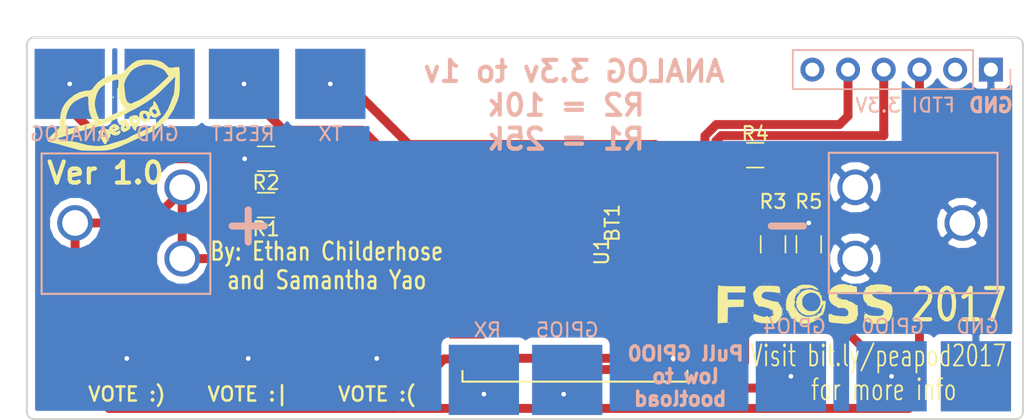
<source format=kicad_pcb>
(kicad_pcb (version 4) (host pcbnew 4.0.6)

  (general
    (links 42)
    (no_connects 0)
    (area 152.832999 26.086999 223.849001 53.415001)
    (thickness 1.6002)
    (drawings 19)
    (tracks 139)
    (zones 0)
    (modules 20)
    (nets 18)
  )

  (page A4)
  (layers
    (0 F.Cu signal)
    (31 B.Cu signal)
    (32 B.Adhes user)
    (33 F.Adhes user)
    (34 B.Paste user)
    (35 F.Paste user)
    (36 B.SilkS user)
    (37 F.SilkS user hide)
    (38 B.Mask user)
    (39 F.Mask user)
    (40 Dwgs.User user)
    (41 Cmts.User user)
    (42 Eco1.User user)
    (43 Eco2.User user)
    (44 Edge.Cuts user)
    (45 Margin user)
    (46 B.CrtYd user)
    (47 F.CrtYd user)
    (48 B.Fab user)
    (49 F.Fab user)
  )

  (setup
    (last_trace_width 0.635)
    (user_trace_width 0.381)
    (user_trace_width 0.635)
    (user_trace_width 1.27)
    (trace_clearance 0.1524)
    (zone_clearance 0.508)
    (zone_45_only yes)
    (trace_min 0.1524)
    (segment_width 0.2)
    (edge_width 0.15)
    (via_size 0.6858)
    (via_drill 0.3302)
    (via_min_size 0.6858)
    (via_min_drill 0.3302)
    (user_via 0.6858 0.381)
    (user_via 1.143 0.635)
    (user_via 2.286 1.27)
    (uvia_size 0.762)
    (uvia_drill 0.508)
    (uvias_allowed no)
    (uvia_min_size 0)
    (uvia_min_drill 0)
    (pcb_text_width 0.3)
    (pcb_text_size 1.5 1.5)
    (mod_edge_width 0.15)
    (mod_text_size 1 1)
    (mod_text_width 0.15)
    (pad_size 2.54 2.54)
    (pad_drill 1.8288)
    (pad_to_mask_clearance 0.2)
    (aux_axis_origin 0 0)
    (visible_elements 7FFFFFFF)
    (pcbplotparams
      (layerselection 0x010f8_80000001)
      (usegerberextensions false)
      (excludeedgelayer true)
      (linewidth 0.100000)
      (plotframeref false)
      (viasonmask false)
      (mode 1)
      (useauxorigin false)
      (hpglpennumber 1)
      (hpglpenspeed 20)
      (hpglpendiameter 15)
      (hpglpenoverlay 2)
      (psnegative false)
      (psa4output false)
      (plotreference true)
      (plotvalue true)
      (plotinvisibletext false)
      (padsonsilk false)
      (subtractmaskfromsilk false)
      (outputformat 1)
      (mirror false)
      (drillshape 0)
      (scaleselection 1)
      (outputdirectory gerbers/))
  )

  (net 0 "")
  (net 1 +3V3)
  (net 2 GND)
  (net 3 "Net-(BTN1-Pad2)")
  (net 4 "Net-(BTN2-Pad2)")
  (net 5 "Net-(BTN3-Pad2)")
  (net 6 "Net-(J1-Pad1)")
  (net 7 "Net-(J2-Pad1)")
  (net 8 "Net-(J3-Pad2)")
  (net 9 "Net-(J3-Pad4)")
  (net 10 "Net-(J3-Pad5)")
  (net 11 "Net-(J3-Pad6)")
  (net 12 "Net-(J5-Pad1)")
  (net 13 "Net-(J6-Pad1)")
  (net 14 "Net-(J7-Pad1)")
  (net 15 "Net-(R1-Pad1)")
  (net 16 "Net-(R3-Pad2)")
  (net 17 "Net-(R5-Pad1)")

  (net_class Default "This is the default net class."
    (clearance 0.1524)
    (trace_width 0.1524)
    (via_dia 0.6858)
    (via_drill 0.3302)
    (uvia_dia 0.762)
    (uvia_drill 0.508)
    (add_net +3V3)
    (add_net GND)
    (add_net "Net-(BTN1-Pad2)")
    (add_net "Net-(BTN2-Pad2)")
    (add_net "Net-(BTN3-Pad2)")
    (add_net "Net-(J1-Pad1)")
    (add_net "Net-(J2-Pad1)")
    (add_net "Net-(J3-Pad2)")
    (add_net "Net-(J3-Pad4)")
    (add_net "Net-(J3-Pad5)")
    (add_net "Net-(J3-Pad6)")
    (add_net "Net-(J5-Pad1)")
    (add_net "Net-(J6-Pad1)")
    (add_net "Net-(J7-Pad1)")
    (add_net "Net-(R1-Pad1)")
    (add_net "Net-(R3-Pad2)")
    (add_net "Net-(R5-Pad1)")
  )

  (module "mod:Bridge Pad" (layer F.Cu) (tedit 599B00D9) (tstamp 5994A160)
    (at 217.424 50.292 180)
    (path /5993514F)
    (fp_text reference "GND   GPIO0" (at 0.254 3.556 180) (layer B.SilkS)
      (effects (font (size 1 1) (thickness 0.15)) (justify mirror))
    )
    (fp_text value CONN_01X02 (at 0 3.31 180) (layer F.Fab)
      (effects (font (size 1 1) (thickness 0.15)))
    )
    (pad 1 smd rect (at 3 0 180) (size 5 5) (layers B.Cu B.Mask)
      (net 14 "Net-(J7-Pad1)"))
    (pad 2 smd rect (at -3 0 180) (size 5 5) (layers B.Cu B.Mask)
      (net 2 GND))
  )

  (module mod:ESP-12E_SMD (layer F.Cu) (tedit 5995A187) (tstamp 5994A1E3)
    (at 184.912 35.052)
    (descr "Module, ESP-8266, ESP-12, 16 pad, SMD")
    (tags "Module ESP-8266 ESP8266")
    (path /59932095)
    (fp_text reference U1 (at 8.89 6.35 90) (layer F.SilkS)
      (effects (font (size 1 1) (thickness 0.15)))
    )
    (fp_text value ESP8266 (at 5.08 6.35 90) (layer F.Fab) hide
      (effects (font (size 1 1) (thickness 0.15)))
    )
    (fp_line (start -2.25 -0.5) (end -2.25 -8.75) (layer F.CrtYd) (width 0.05))
    (fp_line (start -2.25 -8.75) (end 15.25 -8.75) (layer F.CrtYd) (width 0.05))
    (fp_line (start 15.25 -8.75) (end 16.25 -8.75) (layer F.CrtYd) (width 0.05))
    (fp_line (start 16.25 -8.75) (end 16.25 16) (layer F.CrtYd) (width 0.05))
    (fp_line (start 16.25 16) (end -2.25 16) (layer F.CrtYd) (width 0.05))
    (fp_line (start -2.25 16) (end -2.25 -0.5) (layer F.CrtYd) (width 0.05))
    (fp_line (start -1.016 -8.382) (end 14.986 -8.382) (layer F.CrtYd) (width 0.1524))
    (fp_line (start 14.986 -8.382) (end 14.986 -0.889) (layer F.CrtYd) (width 0.1524))
    (fp_line (start -1.016 -8.382) (end -1.016 -1.016) (layer F.CrtYd) (width 0.1524))
    (fp_line (start -1.016 14.859) (end -1.016 15.621) (layer F.SilkS) (width 0.1524))
    (fp_line (start -1.016 15.621) (end 14.986 15.621) (layer F.SilkS) (width 0.1524))
    (fp_line (start 14.986 15.621) (end 14.986 14.859) (layer F.SilkS) (width 0.1524))
    (fp_line (start 14.992 -8.4) (end -1.008 -2.6) (layer F.CrtYd) (width 0.1524))
    (fp_line (start -1.008 -8.4) (end 14.992 -2.6) (layer F.CrtYd) (width 0.1524))
    (fp_text user "No Copper" (at 6.892 -5.4) (layer F.CrtYd)
      (effects (font (size 1 1) (thickness 0.15)))
    )
    (fp_line (start -1.008 -2.6) (end 14.992 -2.6) (layer F.CrtYd) (width 0.1524))
    (fp_line (start 15 -8.4) (end 15 15.6) (layer F.Fab) (width 0.05))
    (fp_line (start 14.992 15.6) (end -1.008 15.6) (layer F.Fab) (width 0.05))
    (fp_line (start -1.008 15.6) (end -1.008 -8.4) (layer F.Fab) (width 0.05))
    (fp_line (start -1.008 -8.4) (end 14.992 -8.4) (layer F.Fab) (width 0.05))
    (pad 1 smd rect (at 0 0) (size 2.5 1.1) (drill (offset -0.7 0)) (layers F.Cu F.Paste F.Mask)
      (net 7 "Net-(J2-Pad1)"))
    (pad 2 smd rect (at 0 2) (size 2.5 1.1) (drill (offset -0.7 0)) (layers F.Cu F.Paste F.Mask)
      (net 15 "Net-(R1-Pad1)"))
    (pad 3 smd rect (at 0 4) (size 2.5 1.1) (drill (offset -0.7 0)) (layers F.Cu F.Paste F.Mask)
      (net 1 +3V3))
    (pad 4 smd rect (at 0 6) (size 2.5 1.1) (drill (offset -0.7 0)) (layers F.Cu F.Paste F.Mask)
      (net 7 "Net-(J2-Pad1)"))
    (pad 5 smd rect (at 0 8) (size 2.5 1.1) (drill (offset -0.7 0)) (layers F.Cu F.Paste F.Mask)
      (net 4 "Net-(BTN2-Pad2)"))
    (pad 6 smd rect (at 0 10) (size 2.5 1.1) (drill (offset -0.7 0)) (layers F.Cu F.Paste F.Mask)
      (net 3 "Net-(BTN1-Pad2)"))
    (pad 7 smd rect (at 0 12) (size 2.5 1.1) (drill (offset -0.7 0)) (layers F.Cu F.Paste F.Mask)
      (net 5 "Net-(BTN3-Pad2)"))
    (pad 8 smd rect (at 0 14) (size 2.5 1.1) (drill (offset -0.7 0)) (layers F.Cu F.Paste F.Mask)
      (net 1 +3V3))
    (pad 9 smd rect (at 14 14) (size 2.5 1.1) (drill (offset 0.7 0)) (layers F.Cu F.Paste F.Mask)
      (net 2 GND))
    (pad 10 smd rect (at 14 12) (size 2.5 1.1) (drill (offset 0.7 0)) (layers F.Cu F.Paste F.Mask)
      (net 17 "Net-(R5-Pad1)"))
    (pad 11 smd rect (at 14 10) (size 2.5 1.1) (drill (offset 0.7 0)) (layers F.Cu F.Paste F.Mask)
      (net 16 "Net-(R3-Pad2)"))
    (pad 12 smd rect (at 14 8) (size 2.5 1.1) (drill (offset 0.7 0)) (layers F.Cu F.Paste F.Mask)
      (net 14 "Net-(J7-Pad1)"))
    (pad 13 smd rect (at 14 6) (size 2.5 1.1) (drill (offset 0.7 0)) (layers F.Cu F.Paste F.Mask)
      (net 13 "Net-(J6-Pad1)"))
    (pad 14 smd rect (at 14 4) (size 2.5 1.1) (drill (offset 0.7 0)) (layers F.Cu F.Paste F.Mask)
      (net 12 "Net-(J5-Pad1)"))
    (pad 15 smd rect (at 14 2) (size 2.5 1.1) (drill (offset 0.7 0)) (layers F.Cu F.Paste F.Mask)
      (net 9 "Net-(J3-Pad4)"))
    (pad 16 smd rect (at 14 0) (size 2.5 1.1) (drill (offset 0.7 0)) (layers F.Cu F.Paste F.Mask)
      (net 10 "Net-(J3-Pad5)"))
    (model ${ESPLIB}/ESP8266.3dshapes/ESP-12.wrl
      (at (xyz 0 0 0))
      (scale (xyz 0.3937 0.3937 0.3937))
      (rotate (xyz 0 0 0))
    )
  )

  (module "mod:Bridge Pad" (layer F.Cu) (tedit 599AF365) (tstamp 5994A138)
    (at 165.354 29.464)
    (path /5993627D)
    (fp_text reference "RESET   GND" (at 0.254 3.556) (layer B.SilkS)
      (effects (font (size 1 1) (thickness 0.15)) (justify mirror))
    )
    (fp_text value CONN_01X02 (at 0 -1.524) (layer F.Fab)
      (effects (font (size 1 1) (thickness 0.15)))
    )
    (pad 1 smd rect (at 3 0) (size 5 5) (layers B.Cu B.Mask)
      (net 7 "Net-(J2-Pad1)"))
    (pad 2 smd rect (at -3 0) (size 5 5) (layers B.Cu B.Mask)
      (net 2 GND))
  )

  (module mod:Pushbutton (layer F.Cu) (tedit 599AF730) (tstamp 5994A11D)
    (at 168.656 47.244 180)
    (path /5994A192)
    (fp_text reference "VOTE :|" (at 0 -4.318 180) (layer F.SilkS)
      (effects (font (size 1 1) (thickness 0.1778)))
    )
    (fp_text value Pushbutton (at 0 -0.5 180) (layer F.Fab)
      (effects (font (size 1 1) (thickness 0.15)))
    )
    (pad 1 smd rect (at -2.225 -1.75 180) (size 1.5 1.5) (layers F.Cu F.Paste F.Mask)
      (net 2 GND))
    (pad 1 smd rect (at 2.225 -1.75 180) (size 1.5 1.5) (layers F.Cu F.Paste F.Mask)
      (net 2 GND))
    (pad 2 smd rect (at -2.225 1.75 180) (size 1.5 1.5) (layers F.Cu F.Paste F.Mask)
      (net 3 "Net-(BTN1-Pad2)"))
    (pad 2 smd rect (at 2.225 1.75 180) (size 1.5 1.5) (layers F.Cu F.Paste F.Mask)
      (net 3 "Net-(BTN1-Pad2)"))
  )

  (module mod:Pushbutton (layer F.Cu) (tedit 599AF724) (tstamp 5994A125)
    (at 160.02 47.244 180)
    (path /5994A123)
    (fp_text reference "VOTE :)" (at 0 -4.318 180) (layer F.SilkS)
      (effects (font (size 1 1) (thickness 0.1778)))
    )
    (fp_text value Pushbutton (at 0 -0.5 180) (layer F.Fab)
      (effects (font (size 1 1) (thickness 0.15)))
    )
    (pad 1 smd rect (at -2.225 -1.75 180) (size 1.5 1.5) (layers F.Cu F.Paste F.Mask)
      (net 2 GND))
    (pad 1 smd rect (at 2.225 -1.75 180) (size 1.5 1.5) (layers F.Cu F.Paste F.Mask)
      (net 2 GND))
    (pad 2 smd rect (at -2.225 1.75 180) (size 1.5 1.5) (layers F.Cu F.Paste F.Mask)
      (net 4 "Net-(BTN2-Pad2)"))
    (pad 2 smd rect (at 2.225 1.75 180) (size 1.5 1.5) (layers F.Cu F.Paste F.Mask)
      (net 4 "Net-(BTN2-Pad2)"))
  )

  (module mod:Pushbutton (layer F.Cu) (tedit 599AF73B) (tstamp 5994A12D)
    (at 177.8 47.244 180)
    (path /5994A1EB)
    (fp_text reference "VOTE :(" (at 0 -4.318 180) (layer F.SilkS)
      (effects (font (size 1 1) (thickness 0.1778)))
    )
    (fp_text value Pushbutton (at 0 -0.5 180) (layer F.Fab)
      (effects (font (size 1 1) (thickness 0.15)))
    )
    (pad 1 smd rect (at -2.225 -1.75 180) (size 1.5 1.5) (layers F.Cu F.Paste F.Mask)
      (net 2 GND))
    (pad 1 smd rect (at 2.225 -1.75 180) (size 1.5 1.5) (layers F.Cu F.Paste F.Mask)
      (net 2 GND))
    (pad 2 smd rect (at -2.225 1.75 180) (size 1.5 1.5) (layers F.Cu F.Paste F.Mask)
      (net 5 "Net-(BTN3-Pad2)"))
    (pad 2 smd rect (at 2.225 1.75 180) (size 1.5 1.5) (layers F.Cu F.Paste F.Mask)
      (net 5 "Net-(BTN3-Pad2)"))
  )

  (module "mod:Alligator Pad" (layer F.Cu) (tedit 599AF2B0) (tstamp 5994A132)
    (at 155.956 29.464)
    (path /59933CDE)
    (fp_text reference ANALOG (at 0 3.556) (layer B.SilkS)
      (effects (font (size 1 1) (thickness 0.15)) (justify mirror))
    )
    (fp_text value CONN_01X01 (at 0 -1.524) (layer F.Fab)
      (effects (font (size 1 1) (thickness 0.15)))
    )
    (pad 1 smd rect (at 0 0) (size 5 5) (layers B.Cu B.Mask)
      (net 6 "Net-(J1-Pad1)"))
  )

  (module Pin_Headers:Pin_Header_Straight_1x06_Pitch2.54mm (layer B.Cu) (tedit 599AF51F) (tstamp 5994A150)
    (at 221.488 28.448 90)
    (descr "Through hole straight pin header, 1x06, 2.54mm pitch, single row")
    (tags "Through hole pin header THT 1x06 2.54mm single row")
    (path /59947FD8)
    (fp_text reference "FTDI 3.3V" (at -2.54 -6.096 180) (layer B.SilkS)
      (effects (font (size 1 1) (thickness 0.15)) (justify mirror))
    )
    (fp_text value CONN_01X06 (at 0 -15.09 90) (layer B.Fab)
      (effects (font (size 1 1) (thickness 0.15)) (justify mirror))
    )
    (fp_line (start -1.27 1.27) (end -1.27 -13.97) (layer B.Fab) (width 0.1))
    (fp_line (start -1.27 -13.97) (end 1.27 -13.97) (layer B.Fab) (width 0.1))
    (fp_line (start 1.27 -13.97) (end 1.27 1.27) (layer B.Fab) (width 0.1))
    (fp_line (start 1.27 1.27) (end -1.27 1.27) (layer B.Fab) (width 0.1))
    (fp_line (start -1.39 -1.27) (end -1.39 -14.09) (layer B.SilkS) (width 0.12))
    (fp_line (start -1.39 -14.09) (end 1.39 -14.09) (layer B.SilkS) (width 0.12))
    (fp_line (start 1.39 -14.09) (end 1.39 -1.27) (layer B.SilkS) (width 0.12))
    (fp_line (start 1.39 -1.27) (end -1.39 -1.27) (layer B.SilkS) (width 0.12))
    (fp_line (start -1.39 0) (end -1.39 1.39) (layer B.SilkS) (width 0.12))
    (fp_line (start -1.39 1.39) (end 0 1.39) (layer B.SilkS) (width 0.12))
    (fp_line (start -1.6 1.6) (end -1.6 -14.3) (layer B.CrtYd) (width 0.05))
    (fp_line (start -1.6 -14.3) (end 1.6 -14.3) (layer B.CrtYd) (width 0.05))
    (fp_line (start 1.6 -14.3) (end 1.6 1.6) (layer B.CrtYd) (width 0.05))
    (fp_line (start 1.6 1.6) (end -1.6 1.6) (layer B.CrtYd) (width 0.05))
    (pad 1 thru_hole rect (at 0 0 90) (size 1.7 1.7) (drill 1) (layers *.Cu *.Mask)
      (net 2 GND))
    (pad 2 thru_hole oval (at 0 -2.54 90) (size 1.7 1.7) (drill 1) (layers *.Cu *.Mask)
      (net 8 "Net-(J3-Pad2)"))
    (pad 3 thru_hole oval (at 0 -5.08 90) (size 1.7 1.7) (drill 1) (layers *.Cu *.Mask)
      (net 1 +3V3))
    (pad 4 thru_hole oval (at 0 -7.62 90) (size 1.7 1.7) (drill 1) (layers *.Cu *.Mask)
      (net 9 "Net-(J3-Pad4)"))
    (pad 5 thru_hole oval (at 0 -10.16 90) (size 1.7 1.7) (drill 1) (layers *.Cu *.Mask)
      (net 10 "Net-(J3-Pad5)"))
    (pad 6 thru_hole oval (at 0 -12.7 90) (size 1.7 1.7) (drill 1) (layers *.Cu *.Mask)
      (net 11 "Net-(J3-Pad6)"))
    (model Pin_Headers.3dshapes/Pin_Header_Straight_1x06_Pitch2.54mm.wrl
      (at (xyz 0 -0.25 0))
      (scale (xyz 1 1 1))
      (rotate (xyz 0 0 90))
    )
  )

  (module "mod:Alligator Pad" (layer F.Cu) (tedit 599AF2E7) (tstamp 5994A155)
    (at 191.35 50.55)
    (path /59933C1C)
    (fp_text reference GPIO5 (at 0 -3.556) (layer B.SilkS)
      (effects (font (size 1 1) (thickness 0.15)) (justify mirror))
    )
    (fp_text value CONN_01X01 (at 0 -0.5) (layer F.Fab)
      (effects (font (size 1 1) (thickness 0.15)))
    )
    (pad 1 smd rect (at 0 0) (size 5 5) (layers B.Cu B.Mask)
      (net 12 "Net-(J5-Pad1)"))
  )

  (module "mod:Alligator Pad" (layer F.Cu) (tedit 599AF2ED) (tstamp 5994A15A)
    (at 207.264 50.292)
    (path /59933C73)
    (fp_text reference GPIO4 (at 0.254 -3.556) (layer B.SilkS)
      (effects (font (size 1 1) (thickness 0.15)) (justify mirror))
    )
    (fp_text value CONN_01X01 (at 0 -0.5) (layer F.Fab)
      (effects (font (size 1 1) (thickness 0.15)))
    )
    (pad 1 smd rect (at 0 0) (size 5 5) (layers B.Cu B.Mask)
      (net 13 "Net-(J6-Pad1)"))
  )

  (module Resistors_SMD:R_0805_HandSoldering (layer F.Cu) (tedit 599733FE) (tstamp 5994A171)
    (at 169.926 38.1 180)
    (descr "Resistor SMD 0805, hand soldering")
    (tags "resistor 0805")
    (path /59934609)
    (attr smd)
    (fp_text reference R1 (at 0 -1.7 180) (layer F.SilkS)
      (effects (font (size 1 1) (thickness 0.15)))
    )
    (fp_text value 25k (at -4.064 0 180) (layer F.Fab)
      (effects (font (size 1 1) (thickness 0.15)))
    )
    (fp_text user %R (at 0 -1.7 180) (layer F.Fab)
      (effects (font (size 1 1) (thickness 0.15)))
    )
    (fp_line (start -1 0.62) (end -1 -0.62) (layer F.Fab) (width 0.1))
    (fp_line (start 1 0.62) (end -1 0.62) (layer F.Fab) (width 0.1))
    (fp_line (start 1 -0.62) (end 1 0.62) (layer F.Fab) (width 0.1))
    (fp_line (start -1 -0.62) (end 1 -0.62) (layer F.Fab) (width 0.1))
    (fp_line (start 0.6 0.88) (end -0.6 0.88) (layer F.SilkS) (width 0.12))
    (fp_line (start -0.6 -0.88) (end 0.6 -0.88) (layer F.SilkS) (width 0.12))
    (fp_line (start -2.35 -0.9) (end 2.35 -0.9) (layer F.CrtYd) (width 0.05))
    (fp_line (start -2.35 -0.9) (end -2.35 0.9) (layer F.CrtYd) (width 0.05))
    (fp_line (start 2.35 0.9) (end 2.35 -0.9) (layer F.CrtYd) (width 0.05))
    (fp_line (start 2.35 0.9) (end -2.35 0.9) (layer F.CrtYd) (width 0.05))
    (pad 1 smd rect (at -1.35 0 180) (size 1.5 1.3) (layers F.Cu F.Paste F.Mask)
      (net 15 "Net-(R1-Pad1)"))
    (pad 2 smd rect (at 1.35 0 180) (size 1.5 1.3) (layers F.Cu F.Paste F.Mask)
      (net 6 "Net-(J1-Pad1)"))
    (model Resistors_SMD.3dshapes/R_0805.wrl
      (at (xyz 0 0 0))
      (scale (xyz 1 1 1))
      (rotate (xyz 0 0 0))
    )
  )

  (module Resistors_SMD:R_0805_HandSoldering (layer F.Cu) (tedit 59973402) (tstamp 5994A182)
    (at 169.926 34.798 180)
    (descr "Resistor SMD 0805, hand soldering")
    (tags "resistor 0805")
    (path /59934849)
    (attr smd)
    (fp_text reference R2 (at 0 -1.7 180) (layer F.SilkS)
      (effects (font (size 1 1) (thickness 0.15)))
    )
    (fp_text value 10k (at -3.81 0 180) (layer F.Fab)
      (effects (font (size 1 1) (thickness 0.15)))
    )
    (fp_text user %R (at 0 -1.7 180) (layer F.Fab)
      (effects (font (size 1 1) (thickness 0.15)))
    )
    (fp_line (start -1 0.62) (end -1 -0.62) (layer F.Fab) (width 0.1))
    (fp_line (start 1 0.62) (end -1 0.62) (layer F.Fab) (width 0.1))
    (fp_line (start 1 -0.62) (end 1 0.62) (layer F.Fab) (width 0.1))
    (fp_line (start -1 -0.62) (end 1 -0.62) (layer F.Fab) (width 0.1))
    (fp_line (start 0.6 0.88) (end -0.6 0.88) (layer F.SilkS) (width 0.12))
    (fp_line (start -0.6 -0.88) (end 0.6 -0.88) (layer F.SilkS) (width 0.12))
    (fp_line (start -2.35 -0.9) (end 2.35 -0.9) (layer F.CrtYd) (width 0.05))
    (fp_line (start -2.35 -0.9) (end -2.35 0.9) (layer F.CrtYd) (width 0.05))
    (fp_line (start 2.35 0.9) (end 2.35 -0.9) (layer F.CrtYd) (width 0.05))
    (fp_line (start 2.35 0.9) (end -2.35 0.9) (layer F.CrtYd) (width 0.05))
    (pad 1 smd rect (at -1.35 0 180) (size 1.5 1.3) (layers F.Cu F.Paste F.Mask)
      (net 15 "Net-(R1-Pad1)"))
    (pad 2 smd rect (at 1.35 0 180) (size 1.5 1.3) (layers F.Cu F.Paste F.Mask)
      (net 2 GND))
    (model Resistors_SMD.3dshapes/R_0805.wrl
      (at (xyz 0 0 0))
      (scale (xyz 1 1 1))
      (rotate (xyz 0 0 0))
    )
  )

  (module Resistors_SMD:R_0805_HandSoldering (layer F.Cu) (tedit 5997316E) (tstamp 5994A193)
    (at 205.994 40.894 270)
    (descr "Resistor SMD 0805, hand soldering")
    (tags "resistor 0805")
    (path /59946DA6)
    (attr smd)
    (fp_text reference R3 (at -3.048 0 360) (layer F.SilkS)
      (effects (font (size 1 1) (thickness 0.15)))
    )
    (fp_text value 10k (at 0 1.75 270) (layer F.Fab)
      (effects (font (size 1 1) (thickness 0.15)))
    )
    (fp_text user %R (at -2.286 -4.064 270) (layer F.Fab)
      (effects (font (size 1 1) (thickness 0.15)))
    )
    (fp_line (start -1 0.62) (end -1 -0.62) (layer F.Fab) (width 0.1))
    (fp_line (start 1 0.62) (end -1 0.62) (layer F.Fab) (width 0.1))
    (fp_line (start 1 -0.62) (end 1 0.62) (layer F.Fab) (width 0.1))
    (fp_line (start -1 -0.62) (end 1 -0.62) (layer F.Fab) (width 0.1))
    (fp_line (start 0.6 0.88) (end -0.6 0.88) (layer F.SilkS) (width 0.12))
    (fp_line (start -0.6 -0.88) (end 0.6 -0.88) (layer F.SilkS) (width 0.12))
    (fp_line (start -2.35 -0.9) (end 2.35 -0.9) (layer F.CrtYd) (width 0.05))
    (fp_line (start -2.35 -0.9) (end -2.35 0.9) (layer F.CrtYd) (width 0.05))
    (fp_line (start 2.35 0.9) (end 2.35 -0.9) (layer F.CrtYd) (width 0.05))
    (fp_line (start 2.35 0.9) (end -2.35 0.9) (layer F.CrtYd) (width 0.05))
    (pad 1 smd rect (at -1.35 0 270) (size 1.5 1.3) (layers F.Cu F.Paste F.Mask)
      (net 1 +3V3))
    (pad 2 smd rect (at 1.35 0 270) (size 1.5 1.3) (layers F.Cu F.Paste F.Mask)
      (net 16 "Net-(R3-Pad2)"))
    (model Resistors_SMD.3dshapes/R_0805.wrl
      (at (xyz 0 0 0))
      (scale (xyz 1 1 1))
      (rotate (xyz 0 0 0))
    )
  )

  (module Resistors_SMD:R_0805_HandSoldering (layer F.Cu) (tedit 59973163) (tstamp 5994A1A4)
    (at 204.724 34.544)
    (descr "Resistor SMD 0805, hand soldering")
    (tags "resistor 0805")
    (path /59935339)
    (attr smd)
    (fp_text reference R4 (at 0 -1.524) (layer F.SilkS)
      (effects (font (size 1 1) (thickness 0.15)))
    )
    (fp_text value 10k (at 0 1.75) (layer F.Fab)
      (effects (font (size 1 1) (thickness 0.15)))
    )
    (fp_text user %R (at 0 -1.7) (layer F.Fab)
      (effects (font (size 1 1) (thickness 0.15)))
    )
    (fp_line (start -1 0.62) (end -1 -0.62) (layer F.Fab) (width 0.1))
    (fp_line (start 1 0.62) (end -1 0.62) (layer F.Fab) (width 0.1))
    (fp_line (start 1 -0.62) (end 1 0.62) (layer F.Fab) (width 0.1))
    (fp_line (start -1 -0.62) (end 1 -0.62) (layer F.Fab) (width 0.1))
    (fp_line (start 0.6 0.88) (end -0.6 0.88) (layer F.SilkS) (width 0.12))
    (fp_line (start -0.6 -0.88) (end 0.6 -0.88) (layer F.SilkS) (width 0.12))
    (fp_line (start -2.35 -0.9) (end 2.35 -0.9) (layer F.CrtYd) (width 0.05))
    (fp_line (start -2.35 -0.9) (end -2.35 0.9) (layer F.CrtYd) (width 0.05))
    (fp_line (start 2.35 0.9) (end 2.35 -0.9) (layer F.CrtYd) (width 0.05))
    (fp_line (start 2.35 0.9) (end -2.35 0.9) (layer F.CrtYd) (width 0.05))
    (pad 1 smd rect (at -1.35 0) (size 1.5 1.3) (layers F.Cu F.Paste F.Mask)
      (net 14 "Net-(J7-Pad1)"))
    (pad 2 smd rect (at 1.35 0) (size 1.5 1.3) (layers F.Cu F.Paste F.Mask)
      (net 1 +3V3))
    (model Resistors_SMD.3dshapes/R_0805.wrl
      (at (xyz 0 0 0))
      (scale (xyz 1 1 1))
      (rotate (xyz 0 0 0))
    )
  )

  (module Resistors_SMD:R_0805_HandSoldering (layer F.Cu) (tedit 59973168) (tstamp 5994A1B5)
    (at 208.534 40.894 90)
    (descr "Resistor SMD 0805, hand soldering")
    (tags "resistor 0805")
    (path /59946FC4)
    (attr smd)
    (fp_text reference R5 (at 3.048 0 180) (layer F.SilkS)
      (effects (font (size 1 1) (thickness 0.15)))
    )
    (fp_text value 10k (at 0 1.75 90) (layer F.Fab)
      (effects (font (size 1 1) (thickness 0.15)))
    )
    (fp_text user %R (at 2.286 -1.524 90) (layer F.Fab)
      (effects (font (size 1 1) (thickness 0.15)))
    )
    (fp_line (start -1 0.62) (end -1 -0.62) (layer F.Fab) (width 0.1))
    (fp_line (start 1 0.62) (end -1 0.62) (layer F.Fab) (width 0.1))
    (fp_line (start 1 -0.62) (end 1 0.62) (layer F.Fab) (width 0.1))
    (fp_line (start -1 -0.62) (end 1 -0.62) (layer F.Fab) (width 0.1))
    (fp_line (start 0.6 0.88) (end -0.6 0.88) (layer F.SilkS) (width 0.12))
    (fp_line (start -0.6 -0.88) (end 0.6 -0.88) (layer F.SilkS) (width 0.12))
    (fp_line (start -2.35 -0.9) (end 2.35 -0.9) (layer F.CrtYd) (width 0.05))
    (fp_line (start -2.35 -0.9) (end -2.35 0.9) (layer F.CrtYd) (width 0.05))
    (fp_line (start 2.35 0.9) (end 2.35 -0.9) (layer F.CrtYd) (width 0.05))
    (fp_line (start 2.35 0.9) (end -2.35 0.9) (layer F.CrtYd) (width 0.05))
    (pad 1 smd rect (at -1.35 0 90) (size 1.5 1.3) (layers F.Cu F.Paste F.Mask)
      (net 17 "Net-(R5-Pad1)"))
    (pad 2 smd rect (at 1.35 0 90) (size 1.5 1.3) (layers F.Cu F.Paste F.Mask)
      (net 2 GND))
    (model Resistors_SMD.3dshapes/R_0805.wrl
      (at (xyz 0 0 0))
      (scale (xyz 1 1 1))
      (rotate (xyz 0 0 0))
    )
  )

  (module "mod:Alligator Pad" (layer F.Cu) (tedit 599B00E5) (tstamp 5995C364)
    (at 185.42 50.546)
    (path /5995C3FF)
    (fp_text reference RX (at 0.254 -3.556) (layer B.SilkS)
      (effects (font (size 1 1) (thickness 0.15)) (justify mirror))
    )
    (fp_text value CONN_01X01 (at 0 -0.5) (layer F.Fab)
      (effects (font (size 1 1) (thickness 0.15)))
    )
    (pad 1 smd rect (at 0 0) (size 5 5) (layers B.Cu B.Mask)
      (net 9 "Net-(J3-Pad4)"))
  )

  (module "mod:Alligator Pad" (layer F.Cu) (tedit 599AF2DF) (tstamp 5995C39A)
    (at 174.498 29.464)
    (path /5995C3B2)
    (fp_text reference TX (at 0 3.556) (layer B.SilkS)
      (effects (font (size 1 1) (thickness 0.15)) (justify mirror))
    )
    (fp_text value CONN_01X01 (at 0 -0.5) (layer F.Fab)
      (effects (font (size 1 1) (thickness 0.15)))
    )
    (pad 1 smd rect (at 0 0) (size 5 5) (layers B.Cu B.Mask)
      (net 10 "Net-(J3-Pad5)"))
  )

  (module mod:LOGO (layer F.Cu) (tedit 0) (tstamp 5995C695)
    (at 159.258 31.242)
    (fp_text reference G*** (at 0 0) (layer F.SilkS) hide
      (effects (font (thickness 0.3)))
    )
    (fp_text value LOGO (at 0.75 0) (layer F.SilkS) hide
      (effects (font (thickness 0.3)))
    )
    (fp_poly (pts (xy 2.631429 -3.48217) (xy 2.933266 -3.444504) (xy 3.173565 -3.369492) (xy 3.384461 -3.247123)
      (xy 3.59682 -3.06858) (xy 3.718838 -2.964756) (xy 3.825875 -2.920251) (xy 3.969603 -2.922915)
      (xy 4.117989 -2.946042) (xy 4.310895 -2.97089) (xy 4.448828 -2.973187) (xy 4.48865 -2.962017)
      (xy 4.503004 -2.887262) (xy 4.515091 -2.70895) (xy 4.523943 -2.450519) (xy 4.528591 -2.135405)
      (xy 4.529054 -1.984475) (xy 4.527028 -1.607227) (xy 4.518764 -1.32558) (xy 4.500404 -1.10816)
      (xy 4.46809 -0.923589) (xy 4.417968 -0.740494) (xy 4.351983 -0.544018) (xy 4.057276 0.116432)
      (xy 3.665868 0.694738) (xy 3.179371 1.189155) (xy 2.599395 1.597937) (xy 2.17364 1.816629)
      (xy 1.907758 1.936857) (xy 1.651812 2.05368) (xy 1.454412 2.144893) (xy 1.42875 2.156924)
      (xy 0.920967 2.394042) (xy 0.506272 2.581067) (xy 0.163742 2.723851) (xy -0.127549 2.828248)
      (xy -0.388524 2.900111) (xy -0.640109 2.945292) (xy -0.903228 2.969645) (xy -1.198805 2.979023)
      (xy -1.51191 2.979486) (xy -1.846202 2.976412) (xy -2.136379 2.971339) (xy -2.3582 2.964875)
      (xy -2.487428 2.957627) (xy -2.50825 2.954499) (xy -2.595215 2.93043) (xy -2.772863 2.88332)
      (xy -3.008871 2.821708) (xy -3.1115 2.795142) (xy -3.394208 2.71984) (xy -3.662724 2.644406)
      (xy -3.868675 2.582524) (xy -3.90525 2.570597) (xy -4.117602 2.508507) (xy -4.379447 2.443968)
      (xy -4.524375 2.412966) (xy -4.755253 2.352228) (xy -4.874775 2.285464) (xy -4.8895 2.252308)
      (xy -4.84608 2.172407) (xy -4.803576 2.120708) (xy -4.193163 2.120708) (xy -3.890457 2.198815)
      (xy -3.65568 2.249213) (xy -3.369426 2.296832) (xy -3.175 2.321986) (xy -2.910148 2.361328)
      (xy -2.654513 2.416184) (xy -2.50825 2.459508) (xy -2.026609 2.589075) (xy -1.512739 2.648449)
      (xy -1.013529 2.634933) (xy -0.644774 2.566669) (xy -0.392459 2.493818) (xy -0.144397 2.418516)
      (xy -0.03175 2.382509) (xy 0.208918 2.307419) (xy 0.458676 2.235586) (xy 0.482984 2.229029)
      (xy 0.714523 2.143796) (xy 0.9382 2.0268) (xy 0.962831 2.010685) (xy 1.119607 1.921671)
      (xy 1.355789 1.807938) (xy 1.631441 1.688205) (xy 1.767229 1.633637) (xy 2.391512 1.335491)
      (xy 2.924186 0.966707) (xy 3.358126 0.534225) (xy 3.686211 0.044985) (xy 3.88141 -0.426029)
      (xy 3.95604 -0.651978) (xy 4.025703 -0.833874) (xy 4.075612 -0.933192) (xy 4.076512 -0.934326)
      (xy 4.106313 -1.027414) (xy 4.136251 -1.216355) (xy 4.162096 -1.470075) (xy 4.17476 -1.656145)
      (xy 4.210287 -2.300889) (xy 3.486268 -1.573591) (xy 3.139883 -1.235383) (xy 2.837836 -0.965965)
      (xy 2.543829 -0.73601) (xy 2.221564 -0.516191) (xy 2.02304 -0.391397) (xy 1.749094 -0.225141)
      (xy 1.512806 -0.086109) (xy 1.335584 0.013426) (xy 1.238838 0.061192) (xy 1.22929 0.063621)
      (xy 1.154043 0.094354) (xy 0.997638 0.176663) (xy 0.787273 0.295884) (xy 0.66675 0.366906)
      (xy 0.372859 0.532092) (xy 0.052537 0.696228) (xy -0.234086 0.828795) (xy -0.28575 0.850328)
      (xy -0.548075 0.958122) (xy -0.803998 1.065606) (xy -0.993118 1.147324) (xy -1.200983 1.23014)
      (xy -1.394709 1.292525) (xy -1.437618 1.303016) (xy -1.776793 1.383366) (xy -2.194625 1.493907)
      (xy -2.649879 1.622948) (xy -3.101316 1.7588) (xy -3.507699 1.88977) (xy -3.509457 1.890362)
      (xy -4.193163 2.120708) (xy -4.803576 2.120708) (xy -4.729509 2.030621) (xy -4.56032 1.850808)
      (xy -4.452568 1.744624) (xy -4.015635 1.325128) (xy -3.99359 0.868425) (xy -3.594073 0.868425)
      (xy -3.562226 1.18333) (xy -3.561092 1.187591) (xy -3.511757 1.347882) (xy -3.452866 1.413774)
      (xy -3.342808 1.413753) (xy -3.254231 1.397667) (xy -3.082056 1.357773) (xy -2.834421 1.292085)
      (xy -2.557029 1.212877) (xy -2.4765 1.188814) (xy -2.203598 1.108737) (xy -1.951549 1.038947)
      (xy -1.763766 0.991342) (xy -1.725129 0.982896) (xy -1.513508 0.940104) (xy -1.636092 0.803427)
      (xy -1.818763 0.508621) (xy -1.930171 0.113987) (xy -1.966828 -0.352796) (xy -1.522439 -0.352796)
      (xy -1.500327 -0.152721) (xy -1.444565 0.099816) (xy -1.368117 0.360787) (xy -1.283949 0.586166)
      (xy -1.205027 0.731924) (xy -1.201849 0.735854) (xy -1.158114 0.773308) (xy -1.095573 0.784143)
      (xy -0.99594 0.762204) (xy -0.840928 0.701338) (xy -0.612251 0.595391) (xy -0.291621 0.438209)
      (xy -0.23736 0.41127) (xy 0.011284 0.290948) (xy 0.220575 0.195647) (xy 0.362618 0.137745)
      (xy 0.405491 0.126027) (xy 0.518566 0.093581) (xy 0.566791 0.067753) (xy 0.60774 0.014619)
      (xy 0.576011 -0.069711) (xy 0.462306 -0.211671) (xy 0.314102 -0.457159) (xy 0.207723 -0.791168)
      (xy 0.149931 -1.180155) (xy 0.147491 -1.590579) (xy 0.150516 -1.623755) (xy 0.577119 -1.623755)
      (xy 0.597547 -1.378983) (xy 0.613088 -1.233792) (xy 0.652035 -0.927265) (xy 0.695148 -0.71827)
      (xy 0.750579 -0.577402) (xy 0.82212 -0.479847) (xy 0.974841 -0.372242) (xy 1.133874 -0.385405)
      (xy 1.23825 -0.446586) (xy 1.346528 -0.500841) (xy 1.446526 -0.536862) (xy 1.678471 -0.639415)
      (xy 1.975235 -0.818638) (xy 2.314645 -1.058667) (xy 2.67453 -1.343643) (xy 3.032719 -1.657706)
      (xy 3.096296 -1.717039) (xy 3.733444 -2.31775) (xy 3.578694 -2.558408) (xy 3.447875 -2.721498)
      (xy 3.307905 -2.838242) (xy 3.267518 -2.858539) (xy 3.113783 -2.921403) (xy 2.910851 -3.00967)
      (xy 2.829029 -3.046507) (xy 2.428697 -3.161292) (xy 2.010657 -3.153505) (xy 1.589002 -3.023528)
      (xy 1.564843 -3.0123) (xy 1.251429 -2.835482) (xy 1.019946 -2.627826) (xy 0.825685 -2.348986)
      (xy 0.821223 -2.341281) (xy 0.696011 -2.119652) (xy 0.618694 -1.953349) (xy 0.581616 -1.80163)
      (xy 0.577119 -1.623755) (xy 0.150516 -1.623755) (xy 0.158952 -1.716248) (xy 0.174428 -1.926089)
      (xy 0.166317 -2.060785) (xy 0.14476 -2.0955) (xy -0.045623 -2.063226) (xy -0.298587 -1.978348)
      (xy -0.571096 -1.858787) (xy -0.820109 -1.722462) (xy -0.929733 -1.648126) (xy -1.12666 -1.484913)
      (xy -1.254124 -1.326192) (xy -1.350675 -1.118264) (xy -1.390108 -1.006817) (xy -1.461839 -0.753029)
      (xy -1.509804 -0.50384) (xy -1.522439 -0.352796) (xy -1.966828 -0.352796) (xy -1.968491 -0.37397)
      (xy -1.9685 -0.382286) (xy -1.97058 -0.634009) (xy -1.981676 -0.784378) (xy -2.009078 -0.859028)
      (xy -2.060075 -0.883593) (xy -2.111375 -0.884786) (xy -2.238402 -0.855438) (xy -2.435642 -0.782412)
      (xy -2.66101 -0.681338) (xy -2.667 -0.678411) (xy -2.942077 -0.523941) (xy -3.137887 -0.359019)
      (xy -3.277992 -0.179627) (xy -3.442421 0.1409) (xy -3.55096 0.505599) (xy -3.594073 0.868425)
      (xy -3.99359 0.868425) (xy -3.989017 0.773689) (xy -3.939579 0.327246) (xy -3.828501 -0.039003)
      (xy -3.639324 -0.363558) (xy -3.372677 -0.667929) (xy -3.001434 -0.972182) (xy -2.599597 -1.18213)
      (xy -2.19355 -1.285011) (xy -2.080382 -1.292957) (xy -1.879832 -1.305015) (xy -1.75623 -1.345943)
      (xy -1.659532 -1.443057) (xy -1.57468 -1.569015) (xy -1.312551 -1.874638) (xy -0.962238 -2.137132)
      (xy -0.560375 -2.336802) (xy -0.143597 -2.453954) (xy 0.113507 -2.476532) (xy 0.284366 -2.484241)
      (xy 0.407215 -2.522643) (xy 0.524083 -2.614709) (xy 0.677002 -2.783414) (xy 0.678825 -2.785531)
      (xy 0.879865 -2.993066) (xy 1.109763 -3.193508) (xy 1.245337 -3.2935) (xy 1.384177 -3.381428)
      (xy 1.504087 -3.438713) (xy 1.637688 -3.471907) (xy 1.817599 -3.487564) (xy 2.076438 -3.492236)
      (xy 2.235916 -3.4925) (xy 2.631429 -3.48217)) (layer F.SilkS) (width 0.01))
    (fp_poly (pts (xy 0.048503 1.125447) (xy 0.184181 1.235212) (xy 0.25259 1.366677) (xy 0.254 1.385942)
      (xy 0.201386 1.458305) (xy 0.072274 1.539078) (xy 0.047625 1.550387) (xy -0.075248 1.609784)
      (xy -0.087461 1.637741) (xy -0.019623 1.64582) (xy 0.108207 1.624133) (xy 0.15875 1.5875)
      (xy 0.241037 1.525735) (xy 0.306764 1.569886) (xy 0.3175 1.628124) (xy 0.263222 1.767706)
      (xy 0.127149 1.860785) (xy -0.050575 1.896361) (xy -0.229808 1.863433) (xy -0.323959 1.803905)
      (xy -0.404383 1.73919) (xy -0.416238 1.771364) (xy -0.401865 1.832072) (xy -0.425775 1.98771)
      (xy -0.526821 2.120093) (xy -0.631887 2.257548) (xy -0.676395 2.381066) (xy -0.676166 2.391118)
      (xy -0.712941 2.494637) (xy -0.762 2.521365) (xy -0.846573 2.473571) (xy -0.961359 2.306676)
      (xy -1.063625 2.109817) (xy -1.163069 1.897437) (xy -1.219484 1.769004) (xy -0.944306 1.769004)
      (xy -0.886766 1.909174) (xy -0.789109 2.019803) (xy -0.697254 2.024859) (xy -0.646435 1.931944)
      (xy -0.646658 1.857375) (xy -0.699273 1.713786) (xy -0.809625 1.662458) (xy -0.925245 1.67678)
      (xy -0.944306 1.769004) (xy -1.219484 1.769004) (xy -1.236247 1.730843) (xy -1.269346 1.641696)
      (xy -1.27 1.636873) (xy -1.252522 1.61925) (xy -0.508 1.61925) (xy -0.47625 1.651)
      (xy -0.4445 1.61925) (xy -0.47625 1.5875) (xy -0.508 1.61925) (xy -1.252522 1.61925)
      (xy -1.218317 1.584763) (xy -1.089728 1.508794) (xy -1.044571 1.486485) (xy -0.865104 1.420265)
      (xy -0.72656 1.426375) (xy -0.663571 1.450394) (xy -0.549359 1.489716) (xy -0.510063 1.456413)
      (xy -0.508 1.427388) (xy -0.495219 1.395007) (xy -0.254 1.395007) (xy -0.207455 1.429945)
      (xy -0.15875 1.419963) (xy -0.075199 1.374891) (xy -0.0635 1.358456) (xy -0.115353 1.336258)
      (xy -0.15875 1.3335) (xy -0.24327 1.366731) (xy -0.254 1.395007) (xy -0.495219 1.395007)
      (xy -0.454288 1.291309) (xy -0.324454 1.164443) (xy -0.165452 1.087333) (xy -0.105092 1.0795)
      (xy 0.048503 1.125447)) (layer F.SilkS) (width 0.01))
    (fp_poly (pts (xy 0.6659 0.787862) (xy 0.792878 0.873329) (xy 0.911747 1.037475) (xy 0.994494 1.23355)
      (xy 1.016 1.372152) (xy 0.965506 1.434668) (xy 0.845293 1.519731) (xy 0.702256 1.5996)
      (xy 0.583295 1.646532) (xy 0.54787 1.649069) (xy 0.494402 1.620206) (xy 0.428625 1.582413)
      (xy 0.332716 1.464775) (xy 0.331898 1.329531) (xy 0.583406 1.329531) (xy 0.60074 1.388571)
      (xy 0.638968 1.385093) (xy 0.735202 1.304697) (xy 0.750093 1.273968) (xy 0.732759 1.214928)
      (xy 0.694531 1.218406) (xy 0.598297 1.298802) (xy 0.583406 1.329531) (xy 0.331898 1.329531)
      (xy 0.331754 1.30589) (xy 0.421453 1.14377) (xy 0.484813 1.084108) (xy 0.578166 0.997455)
      (xy 0.592331 0.953763) (xy 0.584599 0.9525) (xy 0.488436 0.993326) (xy 0.421821 1.04775)
      (xy 0.299847 1.131936) (xy 0.214315 1.12223) (xy 0.1905 1.049213) (xy 0.246101 0.93246)
      (xy 0.381631 0.835098) (xy 0.550181 0.782916) (xy 0.6659 0.787862)) (layer F.SilkS) (width 0.01))
    (fp_poly (pts (xy 2.787841 -0.478128) (xy 2.88905 -0.318523) (xy 3.000866 -0.075501) (xy 3.003046 -0.070089)
      (xy 3.191743 0.399573) (xy 3.040496 0.515874) (xy 2.83881 0.617485) (xy 2.65336 0.613857)
      (xy 2.5319 0.529822) (xy 2.468326 0.46949) (xy 2.433829 0.507668) (xy 2.412776 0.606888)
      (xy 2.322077 0.792133) (xy 2.209678 0.88518) (xy 2.084035 0.942561) (xy 1.985288 0.930555)
      (xy 1.8568 0.846853) (xy 1.675046 0.712476) (xy 1.700829 0.888145) (xy 1.685259 1.053827)
      (xy 1.579463 1.166881) (xy 1.469338 1.289465) (xy 1.430532 1.407279) (xy 1.406355 1.537333)
      (xy 1.342426 1.552142) (xy 1.244291 1.455107) (xy 1.1175 1.24963) (xy 1.090871 1.199081)
      (xy 0.964904 0.938768) (xy 0.938269 0.858817) (xy 1.202092 0.858817) (xy 1.245757 0.970499)
      (xy 1.248833 0.973666) (xy 1.340189 1.011444) (xy 1.452686 1.009095) (xy 1.521265 0.970397)
      (xy 1.524 0.957693) (xy 1.481561 0.795782) (xy 1.374033 0.70579) (xy 1.326706 0.6985)
      (xy 1.234655 0.748436) (xy 1.202092 0.858817) (xy 0.938269 0.858817) (xy 0.90603 0.762046)
      (xy 0.913204 0.645333) (xy 0.985379 0.565048) (xy 1.060905 0.523875) (xy 1.294376 0.452473)
      (xy 1.479227 0.469247) (xy 1.582413 0.555625) (xy 1.627042 0.613251) (xy 1.645681 0.566624)
      (xy 1.648614 0.485635) (xy 1.906034 0.485635) (xy 1.933504 0.61666) (xy 1.976237 0.680837)
      (xy 2.078842 0.722581) (xy 2.181903 0.695224) (xy 2.2225 0.624031) (xy 2.183982 0.489023)
      (xy 2.095251 0.368539) (xy 2.058503 0.34925) (xy 2.3495 0.34925) (xy 2.38125 0.381)
      (xy 2.413 0.34925) (xy 2.38125 0.3175) (xy 2.3495 0.34925) (xy 2.058503 0.34925)
      (xy 1.998015 0.3175) (xy 1.928592 0.368327) (xy 1.906034 0.485635) (xy 1.648614 0.485635)
      (xy 1.649069 0.473075) (xy 1.674101 0.30954) (xy 1.727199 0.2032) (xy 1.858031 0.143632)
      (xy 2.040813 0.13046) (xy 2.209272 0.163685) (xy 2.2733 0.2032) (xy 2.328333 0.232284)
      (xy 2.343897 0.173392) (xy 2.567651 0.173392) (xy 2.600589 0.248561) (xy 2.702172 0.356979)
      (xy 2.817177 0.374935) (xy 2.888438 0.318812) (xy 2.893751 0.21067) (xy 2.829762 0.093931)
      (xy 2.733333 0.0265) (xy 2.701304 0.024842) (xy 2.579096 0.072328) (xy 2.567651 0.173392)
      (xy 2.343897 0.173392) (xy 2.34845 0.156167) (xy 2.3495 0.106588) (xy 2.39591 -0.056216)
      (xy 2.503246 -0.136275) (xy 2.624196 -0.236887) (xy 2.646121 -0.373038) (xy 2.656549 -0.513727)
      (xy 2.707065 -0.545976) (xy 2.787841 -0.478128)) (layer F.SilkS) (width 0.01))
    (fp_poly (pts (xy -0.148828 -0.850098) (xy -0.15875 -0.8255) (xy -0.215812 -0.764923) (xy -0.225998 -0.762)
      (xy -0.253272 -0.81113) (xy -0.254 -0.8255) (xy -0.205185 -0.88656) (xy -0.186753 -0.889)
      (xy -0.148828 -0.850098)) (layer F.SilkS) (width 0.01))
  )

  (module mod:fsoss (layer F.Cu) (tedit 0) (tstamp 599AF2AC)
    (at 208.788 45.466)
    (fp_text reference G*** (at 0 0) (layer F.SilkS) hide
      (effects (font (thickness 0.3)))
    )
    (fp_text value LOGO (at 0.75 0) (layer F.SilkS) hide
      (effects (font (thickness 0.3)))
    )
    (fp_poly (pts (xy -3.556 1.11125) (xy -3.58775 1.143) (xy -3.6195 1.11125) (xy -3.58775 1.0795)
      (xy -3.556 1.11125)) (layer F.SilkS) (width 0.01))
    (fp_poly (pts (xy 2.375779 -1.727755) (xy 2.46026 -1.696921) (xy 2.579728 -1.660855) (xy 2.696463 -1.666105)
      (xy 2.801016 -1.670633) (xy 2.82008 -1.641827) (xy 2.850422 -1.604508) (xy 2.969644 -1.58759)
      (xy 2.980752 -1.587501) (xy 3.099411 -1.579768) (xy 3.156124 -1.533774) (xy 3.17372 -1.415327)
      (xy 3.175 -1.29657) (xy 3.175 -1.00564) (xy 2.968625 -1.037813) (xy 2.752475 -1.079735)
      (xy 2.57175 -1.124525) (xy 2.277683 -1.166275) (xy 1.991297 -1.13519) (xy 1.839557 -1.078461)
      (xy 1.747433 -1.013176) (xy 1.765043 -0.960825) (xy 1.785296 -0.946647) (xy 1.838745 -0.90056)
      (xy 1.778 -0.88786) (xy 1.738326 -0.861841) (xy 1.804668 -0.783878) (xy 1.832659 -0.759888)
      (xy 2.053381 -0.656578) (xy 2.261284 -0.635) (xy 2.429243 -0.62209) (xy 2.528515 -0.589509)
      (xy 2.54 -0.571501) (xy 2.575503 -0.517742) (xy 2.587625 -0.518255) (xy 2.701877 -0.499176)
      (xy 2.857874 -0.428843) (xy 2.998408 -0.335614) (xy 3.041929 -0.293065) (xy 3.136936 -0.228211)
      (xy 3.192006 -0.232761) (xy 3.232978 -0.236954) (xy 3.225348 -0.216187) (xy 3.214264 -0.125805)
      (xy 3.219963 0.047339) (xy 3.234286 0.202087) (xy 3.248698 0.389689) (xy 3.243512 0.508037)
      (xy 3.225499 0.531715) (xy 3.178004 0.553862) (xy 3.167062 0.599502) (xy 3.154859 0.735376)
      (xy 3.151187 0.770954) (xy 3.093314 0.858412) (xy 3.048 0.887251) (xy 2.924571 0.944936)
      (xy 2.76225 1.021742) (xy 2.625551 1.067392) (xy 2.446963 1.084857) (xy 2.19316 1.076004)
      (xy 2.032 1.062695) (xy 1.688092 1.031635) (xy 1.450322 1.006934) (xy 1.298733 0.979827)
      (xy 1.213366 0.941547) (xy 1.175296 0.884865) (xy 3.000068 0.884865) (xy 3.008754 0.889)
      (xy 3.066703 0.844297) (xy 3.07975 0.8255) (xy 3.095931 0.766134) (xy 3.087245 0.762)
      (xy 3.029296 0.806702) (xy 3.01625 0.8255) (xy 3.000068 0.884865) (xy 1.175296 0.884865)
      (xy 1.174263 0.883328) (xy 1.161467 0.796403) (xy 1.155395 0.677658) (xy 1.150693 0.495273)
      (xy 1.174869 0.407025) (xy 1.238381 0.381396) (xy 1.25382 0.381) (xy 1.389275 0.414315)
      (xy 1.437755 0.447155) (xy 1.529674 0.482684) (xy 1.711882 0.51589) (xy 1.947733 0.540384)
      (xy 1.987629 0.543045) (xy 2.235818 0.555234) (xy 2.388147 0.550257) (xy 2.475248 0.522285)
      (xy 2.527754 0.465488) (xy 2.543905 0.437202) (xy 2.577611 0.260768) (xy 2.503309 0.101704)
      (xy 2.339436 -0.010744) (xy 2.244512 -0.037767) (xy 2.071197 -0.055184) (xy 1.942743 -0.04276)
      (xy 1.939261 -0.041501) (xy 1.836556 -0.042426) (xy 1.807441 -0.067236) (xy 1.727767 -0.130607)
      (xy 1.580575 -0.207328) (xy 1.549122 -0.220927) (xy 1.350395 -0.366555) (xy 1.212054 -0.58876)
      (xy 1.158109 -0.84244) (xy 1.165396 -0.94177) (xy 1.234332 -1.210614) (xy 1.332883 -1.407589)
      (xy 1.443671 -1.50353) (xy 1.588673 -1.579453) (xy 1.656657 -1.629497) (xy 1.784637 -1.687079)
      (xy 1.980882 -1.725479) (xy 2.194794 -1.740453) (xy 2.375779 -1.727755)) (layer F.SilkS) (width 0.01))
    (fp_poly (pts (xy 4.916856 -1.713401) (xy 5.135496 -1.692294) (xy 5.304797 -1.660906) (xy 5.376691 -1.629475)
      (xy 5.469719 -1.593424) (xy 5.535083 -1.5875) (xy 5.605679 -1.566978) (xy 5.640721 -1.485324)
      (xy 5.651327 -1.312411) (xy 5.6515 -1.271993) (xy 5.646521 -1.091628) (xy 5.615045 -1.004368)
      (xy 5.53226 -1.000533) (xy 5.373353 -1.07044) (xy 5.2705 -1.123325) (xy 5.086171 -1.178654)
      (xy 4.8427 -1.202845) (xy 4.596682 -1.194792) (xy 4.404712 -1.153391) (xy 4.377325 -1.140766)
      (xy 4.262447 -1.036944) (xy 4.269269 -0.920132) (xy 4.394225 -0.798268) (xy 4.573543 -0.703891)
      (xy 4.765354 -0.629824) (xy 4.915553 -0.586905) (xy 4.970418 -0.582236) (xy 5.096846 -0.562749)
      (xy 5.273988 -0.486728) (xy 5.45525 -0.37925) (xy 5.594038 -0.26539) (xy 5.621947 -0.231593)
      (xy 5.697132 -0.036476) (xy 5.709229 0.210326) (xy 5.666741 0.470266) (xy 5.578176 0.704799)
      (xy 5.452037 0.875376) (xy 5.365751 0.929536) (xy 5.301319 0.988973) (xy 5.305912 1.021926)
      (xy 5.291517 1.052839) (xy 5.248471 1.042693) (xy 5.148072 1.041882) (xy 5.121219 1.064177)
      (xy 5.043369 1.089341) (xy 4.883228 1.09099) (xy 4.768405 1.080257) (xy 4.562035 1.067789)
      (xy 4.395932 1.082076) (xy 4.343898 1.09928) (xy 4.270577 1.12737) (xy 4.281287 1.087529)
      (xy 4.275246 1.023644) (xy 4.242372 1.015645) (xy 4.129894 0.999256) (xy 3.958446 0.959259)
      (xy 3.921125 0.949161) (xy 3.765878 0.894964) (xy 3.698704 0.818129) (xy 3.683137 0.671129)
      (xy 3.683 0.638809) (xy 3.707009 0.450047) (xy 3.773914 0.359701) (xy 3.774147 0.359611)
      (xy 3.864915 0.360674) (xy 3.885482 0.385196) (xy 3.97289 0.45381) (xy 4.178489 0.504048)
      (xy 4.494562 0.534183) (xy 4.566341 0.537488) (xy 4.799328 0.533378) (xy 4.948485 0.492213)
      (xy 5.028171 0.432828) (xy 5.10702 0.292719) (xy 5.071642 0.159789) (xy 4.934766 0.044517)
      (xy 4.709123 -0.04262) (xy 4.407442 -0.091143) (xy 4.390077 -0.092402) (xy 4.209315 -0.120942)
      (xy 4.085385 -0.170021) (xy 4.063801 -0.190821) (xy 3.976599 -0.235132) (xy 3.934288 -0.220575)
      (xy 3.883405 -0.206354) (xy 3.896774 -0.240286) (xy 3.889794 -0.326731) (xy 3.852355 -0.361223)
      (xy 3.71026 -0.508487) (xy 3.62544 -0.72189) (xy 3.602682 -0.958283) (xy 3.646772 -1.174521)
      (xy 3.7465 -1.315376) (xy 3.800501 -1.378485) (xy 3.786349 -1.394981) (xy 3.773868 -1.435387)
      (xy 3.809419 -1.491551) (xy 3.895691 -1.556335) (xy 3.937 -1.555751) (xy 4.012286 -1.571564)
      (xy 4.061447 -1.616175) (xy 4.166123 -1.677216) (xy 4.224351 -1.673349) (xy 4.354362 -1.672758)
      (xy 4.391864 -1.689156) (xy 4.502342 -1.714419) (xy 4.691572 -1.721638) (xy 4.916856 -1.713401)) (layer F.SilkS) (width 0.01))
    (fp_poly (pts (xy -6.637658 -1.633678) (xy -6.506107 -1.610255) (xy -6.281232 -1.595548) (xy -5.949971 -1.588498)
      (xy -5.709709 -1.5875) (xy -4.7625 -1.5875) (xy -4.7625 -1.143) (xy -6.0325 -1.143)
      (xy -6.0325 -0.635) (xy -4.8895 -0.635) (xy -4.8895 -0.131945) (xy -5.445125 -0.113598)
      (xy -6.00075 -0.09525) (xy -6.019014 0.454636) (xy -6.037278 1.004523) (xy -6.384226 1.026136)
      (xy -6.731174 1.04775) (xy -6.726074 -0.34925) (xy -6.723232 -0.749274) (xy -6.718088 -1.097524)
      (xy -6.711117 -1.377225) (xy -6.70279 -1.5716) (xy -6.69358 -1.663873) (xy -6.688946 -1.666875)
      (xy -6.637658 -1.633678)) (layer F.SilkS) (width 0.01))
    (fp_poly (pts (xy -5.9055 1.04775) (xy -5.93725 1.0795) (xy -5.969 1.04775) (xy -5.93725 1.016)
      (xy -5.9055 1.04775)) (layer F.SilkS) (width 0.01))
    (fp_poly (pts (xy -2.934787 -1.622399) (xy -2.693147 -1.612166) (xy -2.498819 -1.596235) (xy -2.380823 -1.57484)
      (xy -2.365375 -1.567878) (xy -2.31219 -1.47488) (xy -2.286446 -1.314805) (xy -2.286 -1.290597)
      (xy -2.294394 -1.142936) (xy -2.335083 -1.09221) (xy -2.428875 -1.107929) (xy -2.566235 -1.135913)
      (xy -2.780259 -1.165338) (xy -2.98818 -1.186495) (xy -3.23038 -1.200096) (xy -3.382701 -1.186958)
      (xy -3.480365 -1.142234) (xy -3.512055 -1.114375) (xy -3.609216 -0.965163) (xy -3.587146 -0.813772)
      (xy -3.563312 -0.771656) (xy -3.481305 -0.721113) (xy -3.312264 -0.658461) (xy -3.093151 -0.593283)
      (xy -2.860926 -0.535161) (xy -2.652549 -0.493677) (xy -2.504982 -0.478413) (xy -2.460944 -0.485865)
      (xy -2.424453 -0.477884) (xy -2.427302 -0.463869) (xy -2.400647 -0.384688) (xy -2.312139 -0.267718)
      (xy -2.308933 -0.264251) (xy -2.169037 -0.027801) (xy -2.128923 0.247376) (xy -2.185319 0.525789)
      (xy -2.334951 0.771947) (xy -2.411337 0.846106) (xy -2.524261 0.950876) (xy -2.574644 1.0175)
      (xy -2.57373 1.024812) (xy -2.611827 1.041307) (xy -2.745499 1.050556) (xy -2.943553 1.053015)
      (xy -3.174796 1.049141) (xy -3.408037 1.039392) (xy -3.612083 1.024225) (xy -3.737397 1.007761)
      (xy -3.981884 0.943895) (xy -4.122855 0.850216) (xy -4.183492 0.705655) (xy -4.191 0.595474)
      (xy -4.18482 0.451586) (xy -4.169694 0.382149) (xy -4.167234 0.381) (xy -4.098034 0.399896)
      (xy -3.95391 0.447126) (xy -3.897359 0.466572) (xy -3.629556 0.553056) (xy -3.436053 0.601902)
      (xy -3.332876 0.609727) (xy -3.323768 0.587652) (xy -3.300144 0.54478) (xy -3.2385 0.535214)
      (xy -3.157316 0.559244) (xy -3.155865 0.59191) (xy -3.136854 0.618028) (xy -3.045516 0.60289)
      (xy -2.924672 0.558805) (xy -2.817147 0.498081) (xy -2.809875 0.492453) (xy -2.738972 0.402908)
      (xy -2.7305 0.369477) (xy -2.771924 0.342177) (xy -2.809875 0.357691) (xy -2.857385 0.377168)
      (xy -2.818359 0.317848) (xy -2.8101 0.307578) (xy -2.767229 0.214636) (xy -2.826663 0.124223)
      (xy -2.84185 0.11025) (xy -2.961975 0.04103) (xy -3.153083 -0.03146) (xy -3.375364 -0.0966)
      (xy -3.589005 -0.143768) (xy -3.754196 -0.162343) (xy -3.822102 -0.151271) (xy -3.863487 -0.146264)
      (xy -3.85064 -0.176117) (xy -3.865156 -0.247228) (xy -3.926303 -0.282355) (xy -4.021833 -0.365296)
      (xy -4.10399 -0.522912) (xy -4.115122 -0.556802) (xy -4.161521 -0.738678) (xy -4.197038 -0.9244)
      (xy -4.216838 -1.079316) (xy -4.216084 -1.168773) (xy -4.201326 -1.174493) (xy -4.152143 -1.201364)
      (xy -4.071012 -1.307507) (xy -4.054579 -1.333728) (xy -3.959367 -1.461221) (xy -3.878553 -1.522934)
      (xy -3.870686 -1.524) (xy -3.82935 -1.560776) (xy -3.837014 -1.579836) (xy -3.794094 -1.601632)
      (xy -3.653393 -1.616551) (xy -3.443929 -1.624827) (xy -3.194721 -1.626698) (xy -2.934787 -1.622399)) (layer F.SilkS) (width 0.01))
    (fp_poly (pts (xy -0.16871 -1.679788) (xy 0.074929 -1.608441) (xy 0.16214 -1.564537) (xy 0.341431 -1.449341)
      (xy 0.423821 -1.366532) (xy 0.406102 -1.326718) (xy 0.28507 -1.340503) (xy 0.224631 -1.357768)
      (xy 0.078808 -1.412988) (xy 0.003023 -1.460392) (xy 0 -1.46784) (xy -0.055778 -1.480408)
      (xy -0.197957 -1.468207) (xy -0.301019 -1.451368) (xy -0.495161 -1.424047) (xy -0.642826 -1.419134)
      (xy -0.682061 -1.425839) (xy -0.781123 -1.407028) (xy -0.915104 -1.319537) (xy -1.047757 -1.196811)
      (xy -1.142835 -1.072293) (xy -1.164578 -0.980639) (xy -1.168388 -0.901269) (xy -1.197714 -0.889)
      (xy -1.237182 -0.842247) (xy -1.227005 -0.787342) (xy -1.237069 -0.672218) (xy -1.276622 -0.629564)
      (xy -1.328465 -0.583154) (xy -1.283092 -0.572473) (xy -1.22717 -0.525025) (xy -1.227803 -0.422337)
      (xy -1.281089 -0.320852) (xy -1.30175 -0.302598) (xy -1.313168 -0.261864) (xy -1.27 -0.254)
      (xy -1.206781 -0.243794) (xy -1.254233 -0.200797) (xy -1.27 -0.1905) (xy -1.324397 -0.140108)
      (xy -1.282635 -0.127973) (xy -1.207136 -0.074061) (xy -1.123883 0.058307) (xy -1.106004 0.098012)
      (xy -1.017428 0.255509) (xy -0.919726 0.355021) (xy -0.902869 0.363256) (xy -0.788988 0.426752)
      (xy -0.755364 0.460417) (xy -0.641144 0.535815) (xy -0.449536 0.581274) (xy -0.22767 0.591826)
      (xy -0.022681 0.562499) (xy 0.032578 0.543496) (xy 0.18574 0.491211) (xy 0.251707 0.503649)
      (xy 0.258463 0.527115) (xy 0.279561 0.542434) (xy 0.308567 0.487426) (xy 0.316065 0.47625)
      (xy 0.381 0.47625) (xy 0.41275 0.508) (xy 0.4445 0.47625) (xy 0.41275 0.4445)
      (xy 0.381 0.47625) (xy 0.316065 0.47625) (xy 0.373523 0.390612) (xy 0.415229 0.370039)
      (xy 0.534272 0.337848) (xy 0.635181 0.269717) (xy 0.670423 0.199685) (xy 0.666508 0.190109)
      (xy 0.665953 0.099278) (xy 0.709409 -0.053058) (xy 0.724989 -0.092455) (xy 0.780633 -0.251942)
      (xy 0.778386 -0.309507) (xy 0.730048 -0.269396) (xy 0.647417 -0.135859) (xy 0.60325 -0.048627)
      (xy 0.414268 0.235486) (xy 0.164957 0.412546) (xy -0.118816 0.489555) (xy -0.450368 0.476815)
      (xy -0.739445 0.357855) (xy -0.965869 0.150818) (xy -1.109467 -0.126152) (xy -1.150759 -0.438436)
      (xy -1.141332 -0.485629) (xy -0.73025 -0.485629) (xy -0.709434 -0.26769) (xy -0.629114 -0.103273)
      (xy -0.543745 -0.00417) (xy -0.398872 0.122237) (xy -0.247644 0.178701) (xy -0.057265 0.1905)
      (xy 0.145203 0.177211) (xy 0.279936 0.121099) (xy 0.404854 -0.002202) (xy 0.407105 -0.004873)
      (xy 0.554159 -0.263305) (xy 0.588862 -0.536099) (xy 0.512103 -0.795126) (xy 0.376659 -0.968375)
      (xy 0.143847 -1.11125) (xy 0.4445 -1.11125) (xy 0.47625 -1.0795) (xy 0.508 -1.11125)
      (xy 0.47625 -1.143) (xy 0.4445 -1.11125) (xy 0.143847 -1.11125) (xy 0.134642 -1.116899)
      (xy -0.128026 -1.145845) (xy -0.389937 -1.055465) (xy -0.522874 -0.957709) (xy -0.658744 -0.814119)
      (xy -0.71828 -0.667974) (xy -0.73025 -0.485629) (xy -1.141332 -0.485629) (xy -1.084463 -0.770289)
      (xy -0.92414 -1.041547) (xy -0.69112 -1.23804) (xy -0.406729 -1.3456) (xy -0.092294 -1.350059)
      (xy 0.127 -1.287301) (xy 0.29887 -1.221781) (xy 0.43125 -1.18139) (xy 0.4445 -1.178743)
      (xy 0.534104 -1.123697) (xy 0.547687 -1.089322) (xy 0.562103 -0.961198) (xy 0.563562 -0.948753)
      (xy 0.61128 -0.913711) (xy 0.644811 -0.926814) (xy 0.688483 -0.934257) (xy 0.674618 -0.901732)
      (xy 0.655991 -0.791479) (xy 0.672178 -0.667731) (xy 0.725219 -0.551202) (xy 0.816996 -0.537706)
      (xy 0.836911 -0.543372) (xy 0.906317 -0.555479) (xy 0.938624 -0.516486) (xy 0.94164 -0.399654)
      (xy 0.92811 -0.23108) (xy 0.894047 -0.016855) (xy 0.837828 0.191427) (xy 0.770978 0.363919)
      (xy 0.705026 0.470772) (xy 0.652336 0.483003) (xy 0.596011 0.504924) (xy 0.500295 0.604532)
      (xy 0.466672 0.647981) (xy 0.343805 0.782595) (xy 0.228141 0.860396) (xy 0.20768 0.865921)
      (xy 0.102021 0.911447) (xy 0.076425 0.945474) (xy 0.009915 0.98085) (xy -0.04627 0.969891)
      (xy -0.11451 0.963159) (xy -0.10192 1.005208) (xy -0.11452 1.047383) (xy -0.225691 1.07125)
      (xy -0.448693 1.079441) (xy -0.47625 1.0795) (xy -0.716756 1.071505) (xy -0.838539 1.046612)
      (xy -0.853046 1.009196) (xy -0.857951 0.965262) (xy -0.93639 0.979136) (xy -1.031975 0.976831)
      (xy -1.130983 0.92075) (xy -1.0795 0.92075) (xy -1.04775 0.9525) (xy -1.016 0.92075)
      (xy -1.04775 0.889) (xy -1.0795 0.92075) (xy -1.130983 0.92075) (xy -1.15787 0.905521)
      (xy -1.213641 0.85725) (xy -1.2065 0.85725) (xy -1.17475 0.889) (xy -1.143 0.85725)
      (xy -1.17475 0.8255) (xy -1.2065 0.85725) (xy -1.213641 0.85725) (xy -1.335317 0.751937)
      (xy -1.400088 0.689491) (xy -1.486266 0.60325) (xy 0.127 0.60325) (xy 0.15875 0.635)
      (xy 0.1905 0.60325) (xy 0.15875 0.5715) (xy 0.127 0.60325) (xy -1.486266 0.60325)
      (xy -1.550054 0.539416) (xy -1.60911 0.47625) (xy -0.889 0.47625) (xy -0.85725 0.508)
      (xy -0.8255 0.47625) (xy -0.85725 0.4445) (xy -0.889 0.47625) (xy -1.60911 0.47625)
      (xy -1.644865 0.438007) (xy -1.668215 0.402928) (xy -1.661765 0.406097) (xy -1.618925 0.414464)
      (xy -1.640665 0.33529) (xy -1.659804 0.291786) (xy -1.727094 0.184922) (xy -1.780173 0.160092)
      (xy -1.783311 0.15875) (xy -1.2065 0.15875) (xy -1.17475 0.1905) (xy -1.143 0.15875)
      (xy -1.17475 0.127) (xy -1.2065 0.15875) (xy -1.783311 0.15875) (xy -1.830137 0.138729)
      (xy -1.860464 0.03175) (xy -1.27 0.03175) (xy -1.23825 0.0635) (xy -1.2065 0.03175)
      (xy -1.23825 0) (xy -1.27 0.03175) (xy -1.860464 0.03175) (xy -1.862748 0.023696)
      (xy -1.87778 -0.15284) (xy -1.875005 -0.358709) (xy -1.854199 -0.561743) (xy -1.815134 -0.729771)
      (xy -1.814923 -0.73025) (xy -1.3335 -0.73025) (xy -1.30175 -0.6985) (xy -1.27 -0.73025)
      (xy -1.30175 -0.762) (xy -1.3335 -0.73025) (xy -1.814923 -0.73025) (xy -1.786882 -0.79375)
      (xy -1.742346 -0.914468) (xy -1.737026 -0.941762) (xy -1.687222 -1.029082) (xy -1.571455 -1.168126)
      (xy -1.452755 -1.291012) (xy -1.320193 -1.415236) (xy -1.241758 -1.478545) (xy -1.233304 -1.47004)
      (xy -1.25253 -1.41686) (xy -1.188281 -1.436868) (xy -1.150663 -1.456399) (xy -1.1045 -1.49225)
      (xy -0.5715 -1.49225) (xy -0.53975 -1.4605) (xy -0.508 -1.49225) (xy -0.53975 -1.524)
      (xy -0.5715 -1.49225) (xy -1.1045 -1.49225) (xy -1.046233 -1.537501) (xy -1.016 -1.596528)
      (xy -0.969465 -1.63641) (xy -0.917452 -1.626772) (xy -0.851393 -1.621348) (xy -0.854767 -1.646981)
      (xy -0.816605 -1.67692) (xy -0.678486 -1.696781) (xy -0.484613 -1.702665) (xy -0.16871 -1.679788)) (layer F.SilkS) (width 0.01))
    (fp_poly (pts (xy 4.0005 1.04775) (xy 3.96875 1.0795) (xy 3.937 1.04775) (xy 3.96875 1.016)
      (xy 4.0005 1.04775)) (layer F.SilkS) (width 0.01))
    (fp_poly (pts (xy -4.191 0.92075) (xy -4.22275 0.9525) (xy -4.2545 0.92075) (xy -4.22275 0.889)
      (xy -4.191 0.92075)) (layer F.SilkS) (width 0.01))
    (fp_poly (pts (xy -1.554135 0.591427) (xy -1.508125 0.6269) (xy -1.409403 0.719585) (xy -1.409833 0.760957)
      (xy -1.420975 0.762) (xy -1.473981 0.718605) (xy -1.5321 0.650875) (xy -1.587018 0.575659)
      (xy -1.554135 0.591427)) (layer F.SilkS) (width 0.01))
    (fp_poly (pts (xy 5.715 0.73025) (xy 5.68325 0.762) (xy 5.6515 0.73025) (xy 5.68325 0.6985)
      (xy 5.715 0.73025)) (layer F.SilkS) (width 0.01))
    (fp_poly (pts (xy 5.7785 0.60325) (xy 5.74675 0.635) (xy 5.715 0.60325) (xy 5.74675 0.5715)
      (xy 5.7785 0.60325)) (layer F.SilkS) (width 0.01))
    (fp_poly (pts (xy -2.032 0.41275) (xy -2.06375 0.4445) (xy -2.0955 0.41275) (xy -2.06375 0.381)
      (xy -2.032 0.41275)) (layer F.SilkS) (width 0.01))
    (fp_poly (pts (xy -4.191 0.28575) (xy -4.22275 0.3175) (xy -4.2545 0.28575) (xy -4.22275 0.254)
      (xy -4.191 0.28575)) (layer F.SilkS) (width 0.01))
    (fp_poly (pts (xy -1.7145 0.28575) (xy -1.74625 0.3175) (xy -1.778 0.28575) (xy -1.74625 0.254)
      (xy -1.7145 0.28575)) (layer F.SilkS) (width 0.01))
    (fp_poly (pts (xy 3.7465 0.28575) (xy 3.71475 0.3175) (xy 3.683 0.28575) (xy 3.71475 0.254)
      (xy 3.7465 0.28575)) (layer F.SilkS) (width 0.01))
    (fp_poly (pts (xy 5.08 0.28575) (xy 5.04825 0.3175) (xy 5.0165 0.28575) (xy 5.04825 0.254)
      (xy 5.08 0.28575)) (layer F.SilkS) (width 0.01))
    (fp_poly (pts (xy -2.794 0.22225) (xy -2.82575 0.254) (xy -2.8575 0.22225) (xy -2.82575 0.1905)
      (xy -2.794 0.22225)) (layer F.SilkS) (width 0.01))
    (fp_poly (pts (xy 0.635 0.22225) (xy 0.60325 0.254) (xy 0.5715 0.22225) (xy 0.60325 0.1905)
      (xy 0.635 0.22225)) (layer F.SilkS) (width 0.01))
    (fp_poly (pts (xy -2.921 0.09525) (xy -2.95275 0.127) (xy -2.9845 0.09525) (xy -2.95275 0.0635)
      (xy -2.921 0.09525)) (layer F.SilkS) (width 0.01))
    (fp_poly (pts (xy -2.032 0.03175) (xy -2.06375 0.0635) (xy -2.0955 0.03175) (xy -2.06375 0)
      (xy -2.032 0.03175)) (layer F.SilkS) (width 0.01))
    (fp_poly (pts (xy 4.699 0.03175) (xy 4.66725 0.0635) (xy 4.6355 0.03175) (xy 4.66725 0)
      (xy 4.699 0.03175)) (layer F.SilkS) (width 0.01))
    (fp_poly (pts (xy 2.032 -0.73025) (xy 2.00025 -0.6985) (xy 1.9685 -0.73025) (xy 2.00025 -0.762)
      (xy 2.032 -0.73025)) (layer F.SilkS) (width 0.01))
    (fp_poly (pts (xy 1.905 -0.79375) (xy 1.87325 -0.762) (xy 1.8415 -0.79375) (xy 1.87325 -0.8255)
      (xy 1.905 -0.79375)) (layer F.SilkS) (width 0.01))
    (fp_poly (pts (xy -2.2225 -0.98425) (xy -2.25425 -0.9525) (xy -2.286 -0.98425) (xy -2.25425 -1.016)
      (xy -2.2225 -0.98425)) (layer F.SilkS) (width 0.01))
    (fp_poly (pts (xy -0.841125 -1.306792) (xy -0.861197 -1.25107) (xy -0.940168 -1.156703) (xy -1.038184 -1.064904)
      (xy -1.115395 -1.016884) (xy -1.122319 -1.016) (xy -1.113369 -1.055579) (xy -1.036062 -1.152974)
      (xy -1.016236 -1.1745) (xy -0.910234 -1.273465) (xy -0.845129 -1.308757) (xy -0.841125 -1.306792)) (layer F.SilkS) (width 0.01))
    (fp_poly (pts (xy 4.3815 -1.04775) (xy 4.34975 -1.016) (xy 4.318 -1.04775) (xy 4.34975 -1.0795)
      (xy 4.3815 -1.04775)) (layer F.SilkS) (width 0.01))
    (fp_poly (pts (xy -0.6985 -1.36525) (xy -0.73025 -1.3335) (xy -0.762 -1.36525) (xy -0.73025 -1.397)
      (xy -0.6985 -1.36525)) (layer F.SilkS) (width 0.01))
    (fp_poly (pts (xy -1.0795 -1.55575) (xy -1.11125 -1.524) (xy -1.143 -1.55575) (xy -1.11125 -1.5875)
      (xy -1.0795 -1.55575)) (layer F.SilkS) (width 0.01))
    (fp_poly (pts (xy -3.3655 -1.74625) (xy -3.39725 -1.7145) (xy -3.429 -1.74625) (xy -3.39725 -1.778)
      (xy -3.3655 -1.74625)) (layer F.SilkS) (width 0.01))
    (fp_poly (pts (xy -2.9845 -1.74625) (xy -3.01625 -1.7145) (xy -3.048 -1.74625) (xy -3.01625 -1.778)
      (xy -2.9845 -1.74625)) (layer F.SilkS) (width 0.01))
  )

  (module mod:BatteryMount (layer F.Cu) (tedit 599B0509) (tstamp 5994A115)
    (at 187.96 39.37 90)
    (path /599321E0)
    (fp_text reference BT1 (at 0 6.6 90) (layer F.SilkS)
      (effects (font (size 1 1) (thickness 0.15)))
    )
    (fp_text value Battery_Cell (at 0 5.6 90) (layer F.Fab)
      (effects (font (size 1 1) (thickness 0.15)))
    )
    (fp_line (start -5 22) (end -5 34) (layer B.SilkS) (width 0.15))
    (fp_line (start -5 34) (end 5 34) (layer B.SilkS) (width 0.15))
    (fp_line (start 5 34) (end 5 22) (layer B.SilkS) (width 0.15))
    (fp_line (start -5 22) (end 5 22) (layer B.SilkS) (width 0.15))
    (fp_line (start 4.95 -22) (end 4.95 -34) (layer B.SilkS) (width 0.15))
    (fp_line (start 4.95 -34) (end -5.05 -34) (layer B.SilkS) (width 0.15))
    (fp_line (start -5.05 -34) (end -5.05 -22) (layer B.SilkS) (width 0.15))
    (fp_line (start 4.95 -22) (end -5.05 -22) (layer B.SilkS) (width 0.15))
    (pad 1 thru_hole circle (at 0 -31.62 90) (size 2.54 2.54) (drill 1.8288) (layers *.Cu *.Mask)
      (net 1 +3V3))
    (pad 1 thru_hole circle (at -2.54 -24 90) (size 2.54 2.54) (drill 1.8288) (layers *.Cu *.Mask)
      (net 1 +3V3))
    (pad 1 thru_hole circle (at 2.54 -24 90) (size 2.54 2.54) (drill 1.8288) (layers *.Cu *.Mask)
      (net 1 +3V3))
    (pad 2 thru_hole circle (at 0 31.5 90) (size 2.54 2.54) (drill 1.8288) (layers *.Cu *.Mask)
      (net 2 GND))
    (pad 2 thru_hole circle (at 2.54 23.88 90) (size 2.54 2.54) (drill 1.8288) (layers *.Cu *.Mask)
      (net 2 GND))
    (pad 2 thru_hole circle (at -2.54 23.88 90) (size 2.54 2.54) (drill 1.8288) (layers *.Cu *.Mask)
      (net 2 GND))
  )

  (gr_text "Pull GPIO0 \nlow to \nbootload" (at 199.39 50.292) (layer B.SilkS)
    (effects (font (size 1 1) (thickness 0.25)) (justify mirror))
  )
  (gr_text 2017 (at 219.202 45.212) (layer F.SilkS)
    (effects (font (size 2.2352 1.778) (thickness 0.3)))
  )
  (gr_text "By: Ethan Childerhose\nand Samantha Yao" (at 174.244 42.418) (layer F.SilkS)
    (effects (font (size 1.27 0.9906) (thickness 0.1778)))
  )
  (gr_text "Ver 1.0" (at 158.496 35.814) (layer F.SilkS)
    (effects (font (size 1.5 1.5) (thickness 0.3)))
  )
  (gr_text "Visit bit.ly/peapod2017 \nfor more info" (at 213.868 50.038) (layer F.SilkS)
    (effects (font (size 1.5 1.016) (thickness 0.127)))
  )
  (gr_line (start 152.908 26.67) (end 152.908 26.924) (angle 90) (layer Edge.Cuts) (width 0.15))
  (gr_arc (start 153.416 26.67) (end 152.908 26.67) (angle 90) (layer Edge.Cuts) (width 0.15))
  (gr_line (start 152.908 52.832) (end 152.908 26.924) (angle 90) (layer Edge.Cuts) (width 0.15))
  (gr_line (start 223.266 26.162) (end 153.416 26.162) (angle 90) (layer Edge.Cuts) (width 0.15))
  (gr_line (start 223.774 52.832) (end 223.774 26.67) (angle 90) (layer Edge.Cuts) (width 0.15))
  (gr_line (start 223.012 53.34) (end 223.266 53.34) (angle 90) (layer Edge.Cuts) (width 0.15))
  (gr_line (start 153.416 53.34) (end 223.012 53.34) (angle 90) (layer Edge.Cuts) (width 0.15))
  (gr_arc (start 223.266 26.67) (end 223.266 26.162) (angle 90) (layer Edge.Cuts) (width 0.15))
  (gr_arc (start 223.266 52.832) (end 223.774 52.832) (angle 90) (layer Edge.Cuts) (width 0.15))
  (gr_arc (start 153.416 52.832) (end 153.416 53.34) (angle 90) (layer Edge.Cuts) (width 0.15))
  (gr_text "ANALOG 3.3v to 1v \nR2 = 10k\nR1 = 25k" (at 191.262 30.988) (layer B.SilkS)
    (effects (font (size 1.5 1.5) (thickness 0.3)) (justify mirror))
  )
  (gr_text + (at 168.656 39.37) (layer B.SilkS)
    (effects (font (size 3 3) (thickness 0.5)))
  )
  (gr_text - (at 207.01 39.37) (layer B.SilkS)
    (effects (font (size 3 3) (thickness 0.5)))
  )
  (gr_text GND (at 221.488 30.988) (layer B.SilkS)
    (effects (font (size 1 1) (thickness 0.25)) (justify mirror))
  )

  (segment (start 163.96 41.91) (end 171.958 41.91) (width 0.635) (layer F.Cu) (net 1))
  (segment (start 171.958 41.91) (end 174.816 39.052) (width 0.635) (layer F.Cu) (net 1) (tstamp 599732CF))
  (segment (start 174.816 39.052) (end 184.912 39.052) (width 0.635) (layer F.Cu) (net 1) (tstamp 599732D3))
  (segment (start 184.912 49.052) (end 182.596 49.052) (width 0.635) (layer F.Cu) (net 1))
  (segment (start 182.596 49.052) (end 179.07 52.578) (width 0.635) (layer F.Cu) (net 1) (tstamp 599B11F3))
  (segment (start 206.074 34.544) (end 216.408 34.544) (width 0.635) (layer F.Cu) (net 1))
  (segment (start 216.408 34.544) (end 216.408 34.214) (width 0.635) (layer F.Cu) (net 1) (tstamp 599B11E0))
  (segment (start 156.34 39.37) (end 156.34 50.168) (width 0.635) (layer F.Cu) (net 1))
  (segment (start 216.408 36.068) (end 216.408 34.214) (width 0.635) (layer F.Cu) (net 1) (tstamp 599B110B))
  (segment (start 156.34 50.168) (end 158.75 52.578) (width 0.635) (layer F.Cu) (net 1) (tstamp 599B10EB))
  (segment (start 158.75 52.578) (end 179.07 52.578) (width 0.635) (layer F.Cu) (net 1) (tstamp 599B10EC))
  (segment (start 179.07 52.578) (end 215.646 52.578) (width 0.635) (layer F.Cu) (net 1) (tstamp 599B11F9))
  (segment (start 215.646 52.578) (end 216.408 51.816) (width 0.635) (layer F.Cu) (net 1) (tstamp 599B10F5))
  (segment (start 216.408 51.816) (end 216.408 36.068) (width 0.635) (layer F.Cu) (net 1) (tstamp 599B10F7))
  (segment (start 216.408 34.214) (end 216.408 28.448) (width 0.635) (layer F.Cu) (net 1) (tstamp 599B01A7))
  (segment (start 206.074 34.544) (end 206.074 39.464) (width 0.635) (layer F.Cu) (net 1))
  (segment (start 206.074 39.464) (end 205.994 39.544) (width 0.635) (layer F.Cu) (net 1) (tstamp 59973666))
  (segment (start 156.34 39.37) (end 156.34 39.748) (width 0.635) (layer F.Cu) (net 1))
  (segment (start 156.34 39.37) (end 161.674 39.37) (width 0.635) (layer F.Cu) (net 1))
  (segment (start 161.674 39.37) (end 163.96 37.084) (width 0.635) (layer F.Cu) (net 1) (tstamp 59971E4C))
  (segment (start 163.96 37.084) (end 163.96 41.91) (width 0.635) (layer F.Cu) (net 1) (tstamp 59971E4D))
  (via (at 198.882 49.022) (size 0.6858) (drill 0.3302) (layers F.Cu B.Cu) (net 2))
  (via (at 168.402 34.798) (size 0.6858) (drill 0.3302) (layers F.Cu B.Cu) (net 2))
  (segment (start 180.025 48.994) (end 177.828 48.994) (width 1.27) (layer F.Cu) (net 2))
  (segment (start 177.772 48.994) (end 177.8 49.022) (width 1.27) (layer F.Cu) (net 2) (tstamp 59972E50))
  (via (at 177.8 49.022) (size 0.6858) (drill 0.3302) (layers F.Cu B.Cu) (net 2))
  (segment (start 177.772 48.994) (end 175.575 48.994) (width 1.27) (layer F.Cu) (net 2))
  (segment (start 177.828 48.994) (end 177.8 49.022) (width 1.27) (layer F.Cu) (net 2) (tstamp 59972E54))
  (segment (start 170.881 48.994) (end 175.575 48.994) (width 1.27) (layer F.Cu) (net 2))
  (segment (start 170.881 48.994) (end 168.684 48.994) (width 1.27) (layer F.Cu) (net 2))
  (segment (start 168.628 48.994) (end 168.656 49.022) (width 1.27) (layer F.Cu) (net 2) (tstamp 59972E42))
  (via (at 168.656 49.022) (size 0.6858) (drill 0.3302) (layers F.Cu B.Cu) (net 2))
  (segment (start 168.628 48.994) (end 166.431 48.994) (width 1.27) (layer F.Cu) (net 2))
  (segment (start 168.684 48.994) (end 168.656 49.022) (width 1.27) (layer F.Cu) (net 2) (tstamp 59972E47))
  (segment (start 162.245 48.994) (end 166.431 48.994) (width 1.27) (layer F.Cu) (net 2))
  (segment (start 162.245 48.994) (end 160.048 48.994) (width 1.27) (layer F.Cu) (net 2))
  (segment (start 159.992 48.994) (end 157.795 48.994) (width 1.27) (layer F.Cu) (net 2))
  (via (at 160.02 49.022) (size 0.6858) (drill 0.3302) (layers F.Cu B.Cu) (net 2))
  (segment (start 159.992 48.994) (end 160.02 49.022) (width 1.27) (layer F.Cu) (net 2) (tstamp 59972DF8))
  (segment (start 160.048 48.994) (end 160.02 49.022) (width 1.27) (layer F.Cu) (net 2) (tstamp 59972E37))
  (via (at 208.534 39.37) (size 0.6858) (drill 0.3302) (layers F.Cu B.Cu) (net 2))
  (segment (start 184.912 45.052) (end 182.466 45.052) (width 0.635) (layer F.Cu) (net 3))
  (segment (start 172.433 43.942) (end 170.881 45.494) (width 0.635) (layer F.Cu) (net 3) (tstamp 599737C6))
  (segment (start 181.356 43.942) (end 172.433 43.942) (width 0.635) (layer F.Cu) (net 3) (tstamp 599737C4))
  (segment (start 182.466 45.052) (end 181.356 43.942) (width 0.635) (layer F.Cu) (net 3) (tstamp 599737C2))
  (segment (start 166.431 45.494) (end 170.881 45.494) (width 0.635) (layer F.Cu) (net 3) (status 30))
  (segment (start 162.245 45.494) (end 163.548 45.494) (width 0.635) (layer F.Cu) (net 4))
  (segment (start 165.99 43.052) (end 184.912 43.052) (width 0.635) (layer F.Cu) (net 4) (tstamp 599737CB))
  (segment (start 163.548 45.494) (end 165.99 43.052) (width 0.635) (layer F.Cu) (net 4) (tstamp 599737CA))
  (segment (start 157.795 45.494) (end 162.245 45.494) (width 0.635) (layer F.Cu) (net 4))
  (segment (start 175.575 45.494) (end 180.025 45.494) (width 0.635) (layer F.Cu) (net 5))
  (segment (start 180.025 45.494) (end 181.583 47.052) (width 0.635) (layer F.Cu) (net 5) (tstamp 59972BA5))
  (segment (start 181.583 47.052) (end 184.912 47.052) (width 0.635) (layer F.Cu) (net 5) (tstamp 59972BA6))
  (via (at 155.956 29.464) (size 0.6858) (drill 0.3302) (layers F.Cu B.Cu) (net 6))
  (segment (start 168.576 38.1) (end 165.274 34.798) (width 0.635) (layer F.Cu) (net 6) (tstamp 5997209D))
  (segment (start 159.512 34.798) (end 165.274 34.798) (width 0.635) (layer F.Cu) (net 6) (tstamp 5997209A))
  (segment (start 155.956 31.242) (end 159.512 34.798) (width 0.635) (layer F.Cu) (net 6) (tstamp 59972097))
  (segment (start 155.956 31.242) (end 155.956 29.464) (width 0.635) (layer F.Cu) (net 6))
  (via (at 168.354 29.464) (size 0.6858) (drill 0.3302) (layers F.Cu B.Cu) (net 7))
  (segment (start 184.912 35.052) (end 181.864 35.052) (width 0.635) (layer F.Cu) (net 7) (tstamp 599732AB))
  (segment (start 179.578 35.052) (end 181.864 35.052) (width 0.635) (layer F.Cu) (net 7) (tstamp 599725EE))
  (segment (start 179.07 35.052) (end 179.578 35.052) (width 0.635) (layer F.Cu) (net 7) (tstamp 599725D0))
  (segment (start 176.784 32.766) (end 179.07 35.052) (width 0.635) (layer F.Cu) (net 7) (tstamp 599725CF))
  (segment (start 171.196 32.766) (end 176.784 32.766) (width 0.635) (layer F.Cu) (net 7) (tstamp 599725CE))
  (segment (start 168.354 29.924) (end 171.196 32.766) (width 0.635) (layer F.Cu) (net 7) (tstamp 599725CB))
  (segment (start 168.354 29.924) (end 168.354 29.464) (width 0.635) (layer F.Cu) (net 7))
  (segment (start 184.912 41.052) (end 185.516 41.052) (width 0.635) (layer F.Cu) (net 7))
  (segment (start 186.436 36.068) (end 185.42 35.052) (width 0.635) (layer F.Cu) (net 7) (tstamp 599732C9))
  (segment (start 186.436 40.132) (end 186.436 36.068) (width 0.635) (layer F.Cu) (net 7) (tstamp 599732C6))
  (segment (start 185.516 41.052) (end 186.436 40.132) (width 0.635) (layer F.Cu) (net 7) (tstamp 599732C5))
  (segment (start 185.42 35.052) (end 184.912 35.052) (width 0.635) (layer F.Cu) (net 7) (tstamp 599732CB))
  (via (at 185.42 51.562) (size 0.6858) (drill 0.3302) (layers F.Cu B.Cu) (net 9))
  (segment (start 198.912 37.052) (end 195.22 40.744) (width 0.635) (layer F.Cu) (net 9) (tstamp 599B11A3))
  (segment (start 195.22 48.68) (end 195.22 40.744) (width 0.635) (layer F.Cu) (net 9) (tstamp 599B119F))
  (segment (start 194.89 49.01) (end 195.22 48.68) (width 0.635) (layer F.Cu) (net 9) (tstamp 599B1191))
  (segment (start 187.718 49.01) (end 194.89 49.01) (width 0.635) (layer F.Cu) (net 9) (tstamp 599B118E))
  (segment (start 187.718 49.01) (end 185.42 51.562) (width 0.635) (layer F.Cu) (net 9) (tstamp 599B118D))
  (segment (start 198.912 37.052) (end 198.66 37.052) (width 0.635) (layer F.Cu) (net 9))
  (segment (start 213.868 28.448) (end 213.868 33.147) (width 0.635) (layer F.Cu) (net 9))
  (segment (start 213.868 33.147) (end 213.868 33.02) (width 0.635) (layer F.Cu) (net 9) (tstamp 59973C7C))
  (segment (start 213.868 33.02) (end 213.868 33.147) (width 0.635) (layer F.Cu) (net 9) (tstamp 59973C86))
  (segment (start 198.912 37.052) (end 200.946 37.052) (width 0.635) (layer F.Cu) (net 9))
  (segment (start 202.311 33.147) (end 213.868 33.147) (width 0.635) (layer F.Cu) (net 9) (tstamp 59973A04))
  (segment (start 201.93 33.528) (end 202.311 33.147) (width 0.635) (layer F.Cu) (net 9) (tstamp 59973A00))
  (segment (start 201.93 36.068) (end 201.93 33.528) (width 0.635) (layer F.Cu) (net 9) (tstamp 599739FC))
  (segment (start 200.946 37.052) (end 201.93 36.068) (width 0.635) (layer F.Cu) (net 9) (tstamp 599739F9))
  (via (at 174.498 29.464) (size 0.6858) (drill 0.3302) (layers F.Cu B.Cu) (net 10))
  (segment (start 198.882 35.052) (end 197.612 33.782) (width 0.635) (layer F.Cu) (net 10) (tstamp 59972277))
  (segment (start 180.086 33.782) (end 197.612 33.782) (width 0.635) (layer F.Cu) (net 10) (tstamp 59972275))
  (segment (start 175.768 29.464) (end 180.086 33.782) (width 0.635) (layer F.Cu) (net 10) (tstamp 5997226F))
  (segment (start 175.768 29.464) (end 174.498 29.464) (width 0.635) (layer F.Cu) (net 10))
  (segment (start 198.912 35.052) (end 200.279 35.052) (width 0.635) (layer F.Cu) (net 10))
  (segment (start 200.279 35.052) (end 201.142598 34.188402) (width 0.635) (layer F.Cu) (net 10) (tstamp 59973A59))
  (segment (start 211.328 31.75) (end 211.328 28.448) (width 0.635) (layer F.Cu) (net 10) (tstamp 59973A6C))
  (segment (start 210.718402 32.359598) (end 211.328 31.75) (width 0.635) (layer F.Cu) (net 10) (tstamp 59973A69))
  (segment (start 201.955402 32.359598) (end 210.718402 32.359598) (width 0.635) (layer F.Cu) (net 10) (tstamp 59973A65))
  (segment (start 201.142598 33.172402) (end 201.955402 32.359598) (width 0.635) (layer F.Cu) (net 10) (tstamp 59973A63))
  (segment (start 201.142598 34.188402) (end 201.142598 33.172402) (width 0.635) (layer F.Cu) (net 10) (tstamp 59973A5E))
  (segment (start 198.912 35.052) (end 199.771 35.052) (width 0.635) (layer F.Cu) (net 10))
  (segment (start 198.912 35.052) (end 199.898 35.052) (width 0.635) (layer F.Cu) (net 10))
  (segment (start 198.882 35.052) (end 198.912 35.052) (width 0.635) (layer F.Cu) (net 10) (tstamp 5997227E))
  (via (at 191.096 51.566) (size 0.6858) (drill 0.3302) (layers F.Cu B.Cu) (net 12) (status 30))
  (segment (start 198.912 39.052) (end 196.02 41.944) (width 0.635) (layer F.Cu) (net 12) (tstamp 599B020D))
  (segment (start 196.02 49.08) (end 196.02 41.944) (width 0.635) (layer F.Cu) (net 12) (tstamp 599B0208))
  (segment (start 195.29 49.81) (end 196.02 49.08) (width 0.635) (layer F.Cu) (net 12) (tstamp 599B0204))
  (segment (start 191.998 49.81) (end 195.29 49.81) (width 0.635) (layer F.Cu) (net 12) (tstamp 599B0202))
  (segment (start 191.998 49.81) (end 191.262 51.308) (width 0.635) (layer F.Cu) (net 12) (tstamp 599B0201))
  (via (at 207.264 50.292) (size 0.6858) (drill 0.3302) (layers F.Cu B.Cu) (net 13))
  (segment (start 198.912 41.052) (end 196.84 43.124) (width 0.635) (layer F.Cu) (net 13) (tstamp 599B01F2))
  (segment (start 196.84 50.23) (end 196.84 43.124) (width 0.635) (layer F.Cu) (net 13) (tstamp 599B01EC))
  (segment (start 197.74 51.13) (end 196.84 50.23) (width 0.635) (layer F.Cu) (net 13) (tstamp 599B01E9))
  (segment (start 206.426 51.13) (end 197.74 51.13) (width 0.635) (layer F.Cu) (net 13) (tstamp 599B01E5))
  (segment (start 206.426 51.13) (end 207.264 50.292) (width 0.635) (layer F.Cu) (net 13) (tstamp 599B01E4))
  (via (at 214.424 50.292) (size 0.6858) (drill 0.3302) (layers F.Cu B.Cu) (net 14))
  (segment (start 198.912 43.052) (end 198.308 43.052) (width 0.635) (layer F.Cu) (net 14) (tstamp 599B01DC))
  (segment (start 197.65 43.71) (end 198.308 43.052) (width 0.635) (layer F.Cu) (net 14) (tstamp 599B01D9))
  (segment (start 197.65 49.9) (end 197.65 43.71) (width 0.635) (layer F.Cu) (net 14) (tstamp 599B01D4))
  (segment (start 198.06 50.31) (end 197.65 49.9) (width 0.635) (layer F.Cu) (net 14) (tstamp 599B01D1))
  (segment (start 202.94 50.31) (end 198.06 50.31) (width 0.635) (layer F.Cu) (net 14) (tstamp 599B01CF))
  (segment (start 203.97 49.28) (end 202.94 50.31) (width 0.635) (layer F.Cu) (net 14) (tstamp 599B01CA))
  (segment (start 203.97 47.39) (end 203.97 49.28) (width 0.635) (layer F.Cu) (net 14) (tstamp 599B01C6))
  (segment (start 204.48 46.88) (end 203.97 47.39) (width 0.635) (layer F.Cu) (net 14) (tstamp 599B01C2))
  (segment (start 211.012 46.88) (end 204.48 46.88) (width 0.635) (layer F.Cu) (net 14) (tstamp 599B01B6))
  (segment (start 211.012 46.88) (end 214.424 50.292) (width 0.635) (layer F.Cu) (net 14) (tstamp 599B01B5))
  (segment (start 198.912 43.052) (end 201.55 43.052) (width 0.635) (layer F.Cu) (net 14))
  (segment (start 203.374 41.228) (end 203.374 34.544) (width 0.635) (layer F.Cu) (net 14) (tstamp 59973663))
  (segment (start 201.55 43.052) (end 203.374 41.228) (width 0.635) (layer F.Cu) (net 14) (tstamp 59973662))
  (segment (start 171.276 38.1) (end 181.61 38.1) (width 0.635) (layer F.Cu) (net 15))
  (segment (start 181.61 38.1) (end 182.658 37.052) (width 0.635) (layer F.Cu) (net 15) (tstamp 5997378F))
  (segment (start 182.658 37.052) (end 184.912 37.052) (width 0.635) (layer F.Cu) (net 15) (tstamp 59973792))
  (segment (start 171.276 34.798) (end 171.276 38.1) (width 0.635) (layer F.Cu) (net 15))
  (segment (start 205.994 42.244) (end 203.628 42.244) (width 0.635) (layer F.Cu) (net 16))
  (segment (start 203.628 42.244) (end 200.82 45.052) (width 0.635) (layer F.Cu) (net 16) (tstamp 59972944))
  (segment (start 200.82 45.052) (end 198.912 45.052) (width 0.635) (layer F.Cu) (net 16) (tstamp 59972948))
  (segment (start 208.534 42.244) (end 208.534 42.926) (width 0.635) (layer F.Cu) (net 17))
  (segment (start 208.534 42.926) (end 207.772 43.688) (width 0.635) (layer F.Cu) (net 17) (tstamp 59972934))
  (segment (start 207.772 43.688) (end 203.962 43.688) (width 0.635) (layer F.Cu) (net 17) (tstamp 59972936))
  (segment (start 203.962 43.688) (end 200.598 47.052) (width 0.635) (layer F.Cu) (net 17) (tstamp 59972939))
  (segment (start 200.598 47.052) (end 198.912 47.052) (width 0.635) (layer F.Cu) (net 17) (tstamp 5997293B))

  (zone (net 2) (net_name GND) (layer B.Cu) (tstamp 59972A41) (hatch none 0.508)
    (connect_pads (clearance 0.508))
    (min_thickness 0.254)
    (fill yes (arc_segments 16) (thermal_gap 0.508) (thermal_bridge_width 0.508))
    (polygon
      (pts
        (xy 177.292 33.528) (xy 215.138 33.528) (xy 215.138 26.924) (xy 223.012 26.924) (xy 223.012 53.057)
        (xy 153.416 53.057) (xy 153.416 26.924) (xy 177.292 26.924)
      )
    )
    (filled_polygon
      (pts
        (xy 159.219 29.17825) (xy 159.37775 29.337) (xy 162.227 29.337) (xy 162.227 29.317) (xy 162.481 29.317)
        (xy 162.481 29.337) (xy 162.501 29.337) (xy 162.501 29.591) (xy 162.481 29.591) (xy 162.481 32.44025)
        (xy 162.63975 32.599) (xy 164.980309 32.599) (xy 165.213698 32.502327) (xy 165.354936 32.36109) (xy 165.38991 32.415441)
        (xy 165.60211 32.560431) (xy 165.854 32.61144) (xy 170.854 32.61144) (xy 171.089317 32.567162) (xy 171.305441 32.42809)
        (xy 171.427293 32.249754) (xy 171.53391 32.415441) (xy 171.74611 32.560431) (xy 171.998 32.61144) (xy 176.998 32.61144)
        (xy 177.165 32.580017) (xy 177.165 33.528) (xy 177.175006 33.57741) (xy 177.203447 33.619035) (xy 177.245841 33.646315)
        (xy 177.292 33.655) (xy 215.138 33.655) (xy 215.18741 33.644994) (xy 215.229035 33.616553) (xy 215.256315 33.574159)
        (xy 215.265 33.528) (xy 215.265 29.388043) (xy 215.357946 29.527147) (xy 215.839715 29.849054) (xy 216.408 29.962093)
        (xy 216.976285 29.849054) (xy 217.458054 29.527147) (xy 217.678 29.197974) (xy 217.897946 29.527147) (xy 218.379715 29.849054)
        (xy 218.948 29.962093) (xy 219.516285 29.849054) (xy 219.998054 29.527147) (xy 220.027403 29.483223) (xy 220.099673 29.657698)
        (xy 220.278301 29.836327) (xy 220.51169 29.933) (xy 221.20225 29.933) (xy 221.361 29.77425) (xy 221.361 28.575)
        (xy 221.341 28.575) (xy 221.341 28.321) (xy 221.361 28.321) (xy 221.361 28.301) (xy 221.615 28.301)
        (xy 221.615 28.321) (xy 221.635 28.321) (xy 221.635 28.575) (xy 221.615 28.575) (xy 221.615 29.77425)
        (xy 221.77375 29.933) (xy 222.46431 29.933) (xy 222.697699 29.836327) (xy 222.876327 29.657698) (xy 222.885 29.63676)
        (xy 222.885 47.157) (xy 220.70975 47.157) (xy 220.551 47.31575) (xy 220.551 50.165) (xy 220.571 50.165)
        (xy 220.571 50.419) (xy 220.551 50.419) (xy 220.551 50.439) (xy 220.297 50.439) (xy 220.297 50.419)
        (xy 220.277 50.419) (xy 220.277 50.165) (xy 220.297 50.165) (xy 220.297 47.31575) (xy 220.13825 47.157)
        (xy 217.797691 47.157) (xy 217.564302 47.253673) (xy 217.423064 47.39491) (xy 217.38809 47.340559) (xy 217.17589 47.195569)
        (xy 216.924 47.14456) (xy 211.924 47.14456) (xy 211.688683 47.188838) (xy 211.472559 47.32791) (xy 211.327569 47.54011)
        (xy 211.27656 47.792) (xy 211.27656 52.63) (xy 210.41144 52.63) (xy 210.41144 47.792) (xy 210.367162 47.556683)
        (xy 210.22809 47.340559) (xy 210.01589 47.195569) (xy 209.764 47.14456) (xy 204.764 47.14456) (xy 204.528683 47.188838)
        (xy 204.312559 47.32791) (xy 204.167569 47.54011) (xy 204.11656 47.792) (xy 204.11656 52.63) (xy 194.49744 52.63)
        (xy 194.49744 48.05) (xy 194.453162 47.814683) (xy 194.31409 47.598559) (xy 194.10189 47.453569) (xy 193.85 47.40256)
        (xy 188.85 47.40256) (xy 188.614683 47.446838) (xy 188.398559 47.58591) (xy 188.388241 47.60101) (xy 188.38409 47.594559)
        (xy 188.17189 47.449569) (xy 187.92 47.39856) (xy 182.92 47.39856) (xy 182.684683 47.442838) (xy 182.468559 47.58191)
        (xy 182.323569 47.79411) (xy 182.27256 48.046) (xy 182.27256 52.63) (xy 153.618 52.63) (xy 153.618 42.287265)
        (xy 162.05467 42.287265) (xy 162.344078 42.987686) (xy 162.879495 43.524039) (xy 163.57941 43.814668) (xy 164.337265 43.81533)
        (xy 165.037686 43.525922) (xy 165.306299 43.257777) (xy 210.671828 43.257777) (xy 210.80352 43.552657) (xy 211.511036 43.824261)
        (xy 212.268632 43.804436) (xy 212.87648 43.552657) (xy 213.008172 43.257777) (xy 211.84 42.089605) (xy 210.671828 43.257777)
        (xy 165.306299 43.257777) (xy 165.574039 42.990505) (xy 165.864668 42.29059) (xy 165.865287 41.581036) (xy 209.925739 41.581036)
        (xy 209.945564 42.338632) (xy 210.197343 42.94648) (xy 210.492223 43.078172) (xy 211.660395 41.91) (xy 212.019605 41.91)
        (xy 213.187777 43.078172) (xy 213.482657 42.94648) (xy 213.754261 42.238964) (xy 213.734436 41.481368) (xy 213.482657 40.87352)
        (xy 213.187777 40.741828) (xy 212.019605 41.91) (xy 211.660395 41.91) (xy 210.492223 40.741828) (xy 210.197343 40.87352)
        (xy 209.925739 41.581036) (xy 165.865287 41.581036) (xy 165.86533 41.532735) (xy 165.575922 40.832314) (xy 165.306303 40.562223)
        (xy 210.671828 40.562223) (xy 211.84 41.730395) (xy 212.852618 40.717777) (xy 218.291828 40.717777) (xy 218.42352 41.012657)
        (xy 219.131036 41.284261) (xy 219.888632 41.264436) (xy 220.49648 41.012657) (xy 220.628172 40.717777) (xy 219.46 39.549605)
        (xy 218.291828 40.717777) (xy 212.852618 40.717777) (xy 213.008172 40.562223) (xy 212.87648 40.267343) (xy 212.168964 39.995739)
        (xy 211.411368 40.015564) (xy 210.80352 40.267343) (xy 210.671828 40.562223) (xy 165.306303 40.562223) (xy 165.040505 40.295961)
        (xy 164.34059 40.005332) (xy 163.582735 40.00467) (xy 162.882314 40.294078) (xy 162.345961 40.829495) (xy 162.055332 41.52941)
        (xy 162.05467 42.287265) (xy 153.618 42.287265) (xy 153.618 39.747265) (xy 154.43467 39.747265) (xy 154.724078 40.447686)
        (xy 155.259495 40.984039) (xy 155.95941 41.274668) (xy 156.717265 41.27533) (xy 157.417686 40.985922) (xy 157.954039 40.450505)
        (xy 158.244668 39.75059) (xy 158.245287 39.041036) (xy 217.545739 39.041036) (xy 217.565564 39.798632) (xy 217.817343 40.40648)
        (xy 218.112223 40.538172) (xy 219.280395 39.37) (xy 219.639605 39.37) (xy 220.807777 40.538172) (xy 221.102657 40.40648)
        (xy 221.374261 39.698964) (xy 221.354436 38.941368) (xy 221.102657 38.33352) (xy 220.807777 38.201828) (xy 219.639605 39.37)
        (xy 219.280395 39.37) (xy 218.112223 38.201828) (xy 217.817343 38.33352) (xy 217.545739 39.041036) (xy 158.245287 39.041036)
        (xy 158.24533 38.992735) (xy 157.955922 38.292314) (xy 157.420505 37.755961) (xy 156.72059 37.465332) (xy 155.962735 37.46467)
        (xy 155.262314 37.754078) (xy 154.725961 38.289495) (xy 154.435332 38.98941) (xy 154.43467 39.747265) (xy 153.618 39.747265)
        (xy 153.618 37.207265) (xy 162.05467 37.207265) (xy 162.344078 37.907686) (xy 162.879495 38.444039) (xy 163.57941 38.734668)
        (xy 164.337265 38.73533) (xy 165.037686 38.445922) (xy 165.306299 38.177777) (xy 210.671828 38.177777) (xy 210.80352 38.472657)
        (xy 211.511036 38.744261) (xy 212.268632 38.724436) (xy 212.87648 38.472657) (xy 213.008172 38.177777) (xy 212.852618 38.022223)
        (xy 218.291828 38.022223) (xy 219.46 39.190395) (xy 220.628172 38.022223) (xy 220.49648 37.727343) (xy 219.788964 37.455739)
        (xy 219.031368 37.475564) (xy 218.42352 37.727343) (xy 218.291828 38.022223) (xy 212.852618 38.022223) (xy 211.84 37.009605)
        (xy 210.671828 38.177777) (xy 165.306299 38.177777) (xy 165.574039 37.910505) (xy 165.864668 37.21059) (xy 165.865287 36.501036)
        (xy 209.925739 36.501036) (xy 209.945564 37.258632) (xy 210.197343 37.86648) (xy 210.492223 37.998172) (xy 211.660395 36.83)
        (xy 212.019605 36.83) (xy 213.187777 37.998172) (xy 213.482657 37.86648) (xy 213.754261 37.158964) (xy 213.734436 36.401368)
        (xy 213.482657 35.79352) (xy 213.187777 35.661828) (xy 212.019605 36.83) (xy 211.660395 36.83) (xy 210.492223 35.661828)
        (xy 210.197343 35.79352) (xy 209.925739 36.501036) (xy 165.865287 36.501036) (xy 165.86533 36.452735) (xy 165.575922 35.752314)
        (xy 165.306303 35.482223) (xy 210.671828 35.482223) (xy 211.84 36.650395) (xy 213.008172 35.482223) (xy 212.87648 35.187343)
        (xy 212.168964 34.915739) (xy 211.411368 34.935564) (xy 210.80352 35.187343) (xy 210.671828 35.482223) (xy 165.306303 35.482223)
        (xy 165.040505 35.215961) (xy 164.34059 34.925332) (xy 163.582735 34.92467) (xy 162.882314 35.214078) (xy 162.345961 35.749495)
        (xy 162.055332 36.44941) (xy 162.05467 37.207265) (xy 153.618 37.207265) (xy 153.618 32.61144) (xy 158.456 32.61144)
        (xy 158.691317 32.567162) (xy 158.907441 32.42809) (xy 159.052431 32.21589) (xy 159.10344 31.964) (xy 159.10344 29.74975)
        (xy 159.219 29.74975) (xy 159.219 32.09031) (xy 159.315673 32.323699) (xy 159.494302 32.502327) (xy 159.727691 32.599)
        (xy 162.06825 32.599) (xy 162.227 32.44025) (xy 162.227 29.591) (xy 159.37775 29.591) (xy 159.219 29.74975)
        (xy 159.10344 29.74975) (xy 159.10344 27.051) (xy 159.219 27.051)
      )
    )
  )
)

</source>
